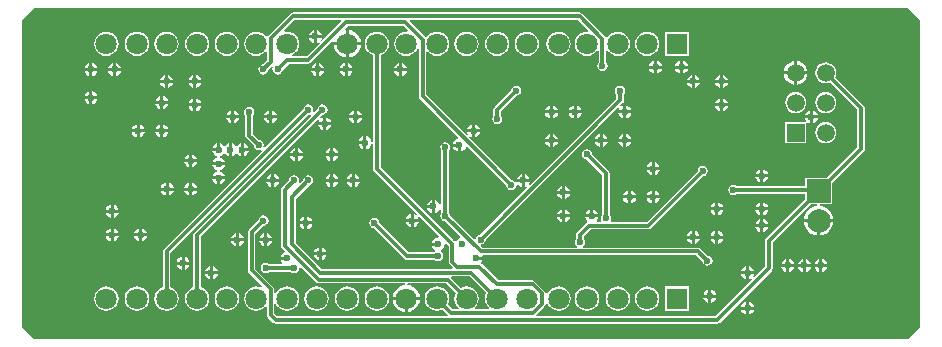
<source format=gbl>
G04*
G04 #@! TF.GenerationSoftware,Altium Limited,Altium Designer,19.1.5 (86)*
G04*
G04 Layer_Physical_Order=2*
G04 Layer_Color=16711680*
%FSLAX44Y44*%
%MOMM*%
G71*
G01*
G75*
%ADD44C,0.3500*%
%ADD45R,1.8000X1.8000*%
%ADD46C,1.8000*%
%ADD47R,2.0000X2.0000*%
%ADD48C,2.0000*%
%ADD49R,1.5000X1.5000*%
%ADD50C,1.5000*%
%ADD51C,0.6000*%
G36*
X770000Y280000D02*
Y20000D01*
X760000Y10000D01*
X20000Y10000D01*
X10000Y20000D01*
Y280000D01*
X20000Y290000D01*
X760000D01*
X770000Y280000D01*
D02*
G37*
%LPC*%
G36*
X481870Y286277D02*
X239060D01*
X237829Y286032D01*
X236785Y285335D01*
X217935Y266484D01*
X217661Y266074D01*
X216145Y265963D01*
X215310Y267050D01*
X213169Y268693D01*
X210676Y269726D01*
X208000Y270078D01*
X205324Y269726D01*
X202831Y268693D01*
X200690Y267050D01*
X199047Y264909D01*
X198014Y262416D01*
X197662Y259740D01*
X198014Y257064D01*
X199047Y254571D01*
X200690Y252430D01*
X202831Y250787D01*
X205324Y249754D01*
X208000Y249402D01*
X210676Y249754D01*
X213169Y250787D01*
X215310Y252430D01*
X215723Y252967D01*
X216993Y252536D01*
Y245542D01*
X213730Y242280D01*
X212342Y242003D01*
X210936Y241064D01*
X209997Y239658D01*
X209667Y238000D01*
X209997Y236342D01*
X210936Y234936D01*
X212342Y233997D01*
X214000Y233667D01*
X215658Y233997D01*
X217064Y234936D01*
X218003Y236342D01*
X218280Y237730D01*
X220996Y240447D01*
X221997Y239658D01*
X221667Y238000D01*
X221997Y236342D01*
X222936Y234936D01*
X224342Y233997D01*
X226000Y233667D01*
X227658Y233997D01*
X229064Y234936D01*
X230003Y236342D01*
X230280Y237730D01*
X235332Y242783D01*
X252000D01*
X253231Y243028D01*
X254275Y243725D01*
X272351Y261802D01*
X273554Y261208D01*
X273528Y261010D01*
X283730D01*
Y271212D01*
X283532Y271186D01*
X282938Y272389D01*
X285333Y274783D01*
X332597D01*
X336254Y271126D01*
X335692Y269987D01*
X335000Y270078D01*
X332324Y269726D01*
X329831Y268693D01*
X327690Y267050D01*
X326047Y264909D01*
X325014Y262416D01*
X324662Y259740D01*
X325014Y257064D01*
X326047Y254571D01*
X327690Y252430D01*
X329831Y250787D01*
X332324Y249754D01*
X335000Y249402D01*
X337676Y249754D01*
X340169Y250787D01*
X342310Y252430D01*
X343953Y254571D01*
X344358Y255548D01*
X345628Y255296D01*
Y215155D01*
X345873Y213924D01*
X346570Y212880D01*
X378882Y180568D01*
X378514Y179353D01*
X377838Y179219D01*
X376006Y177994D01*
X374781Y176162D01*
X374604Y175270D01*
X380000D01*
Y174000D01*
X381270D01*
Y168604D01*
X382162Y168781D01*
X383994Y170006D01*
X385219Y171838D01*
X385353Y172514D01*
X386568Y172882D01*
X419720Y139730D01*
X419997Y138342D01*
X420936Y136936D01*
X422342Y135997D01*
X424000Y135667D01*
X425658Y135997D01*
X427064Y136936D01*
X428003Y138342D01*
X428333Y140000D01*
X428270Y140318D01*
X429466Y140813D01*
X430006Y140006D01*
X431838Y138781D01*
X432730Y138604D01*
Y142730D01*
X427431D01*
X427318Y142683D01*
X427064Y143064D01*
X425658Y144003D01*
X424270Y144280D01*
X388202Y180348D01*
X389011Y181334D01*
X389838Y180781D01*
X390730Y180604D01*
Y184730D01*
X386604D01*
X386781Y183838D01*
X387334Y183011D01*
X386348Y182202D01*
X352062Y216488D01*
Y252575D01*
X353264Y252984D01*
X353690Y252430D01*
X355831Y250787D01*
X358324Y249754D01*
X361000Y249402D01*
X363676Y249754D01*
X366169Y250787D01*
X368310Y252430D01*
X369953Y254571D01*
X370986Y257064D01*
X371338Y259740D01*
X370986Y262416D01*
X369953Y264909D01*
X368310Y267050D01*
X366169Y268693D01*
X363676Y269726D01*
X361000Y270078D01*
X358324Y269726D01*
X355831Y268693D01*
X353690Y267050D01*
X352528Y265537D01*
X351646Y265426D01*
X350997Y265490D01*
X350979Y265501D01*
X337809Y278670D01*
X338295Y279843D01*
X480537D01*
X489254Y271126D01*
X488693Y269987D01*
X488000Y270078D01*
X485324Y269726D01*
X482831Y268693D01*
X480690Y267050D01*
X479047Y264909D01*
X478014Y262416D01*
X477662Y259740D01*
X478014Y257064D01*
X479047Y254571D01*
X480690Y252430D01*
X482831Y250787D01*
X485324Y249754D01*
X488000Y249402D01*
X490676Y249754D01*
X493169Y250787D01*
X495310Y252430D01*
X496591Y254098D01*
X497861Y253667D01*
Y243913D01*
X497074Y242736D01*
X496744Y241077D01*
X497074Y239419D01*
X498013Y238013D01*
X499419Y237074D01*
X501077Y236744D01*
X502736Y237074D01*
X504142Y238013D01*
X505081Y239419D01*
X505411Y241077D01*
X505081Y242736D01*
X504294Y243913D01*
Y253465D01*
X505564Y253896D01*
X506690Y252430D01*
X508831Y250787D01*
X511324Y249754D01*
X514000Y249402D01*
X516676Y249754D01*
X519169Y250787D01*
X521310Y252430D01*
X522953Y254571D01*
X523986Y257064D01*
X524338Y259740D01*
X523986Y262416D01*
X522953Y264909D01*
X521310Y267050D01*
X519169Y268693D01*
X516676Y269726D01*
X514000Y270078D01*
X511324Y269726D01*
X508831Y268693D01*
X506690Y267050D01*
X505311Y265253D01*
X504821Y265187D01*
X504177Y265244D01*
X503861Y265365D01*
X503352Y266127D01*
X484144Y285335D01*
X483101Y286032D01*
X481870Y286277D01*
D02*
G37*
G36*
X286270Y271212D02*
Y261010D01*
X296472D01*
X296243Y262752D01*
X295080Y265560D01*
X293230Y267970D01*
X290820Y269820D01*
X288013Y270983D01*
X286270Y271212D01*
D02*
G37*
G36*
X574250Y269990D02*
X553750D01*
Y249490D01*
X574250D01*
Y269990D01*
D02*
G37*
G36*
X539000Y270078D02*
X536324Y269726D01*
X533831Y268693D01*
X531690Y267050D01*
X530047Y264909D01*
X529014Y262416D01*
X528662Y259740D01*
X529014Y257064D01*
X530047Y254571D01*
X531690Y252430D01*
X533831Y250787D01*
X536324Y249754D01*
X539000Y249402D01*
X541676Y249754D01*
X544169Y250787D01*
X546310Y252430D01*
X547953Y254571D01*
X548986Y257064D01*
X549338Y259740D01*
X548986Y262416D01*
X547953Y264909D01*
X546310Y267050D01*
X544169Y268693D01*
X541676Y269726D01*
X539000Y270078D01*
D02*
G37*
G36*
X464000D02*
X461324Y269726D01*
X458831Y268693D01*
X456690Y267050D01*
X455047Y264909D01*
X454014Y262416D01*
X453662Y259740D01*
X454014Y257064D01*
X455047Y254571D01*
X456690Y252430D01*
X458831Y250787D01*
X461324Y249754D01*
X464000Y249402D01*
X466676Y249754D01*
X469169Y250787D01*
X471310Y252430D01*
X472953Y254571D01*
X473986Y257064D01*
X474338Y259740D01*
X473986Y262416D01*
X472953Y264909D01*
X471310Y267050D01*
X469169Y268693D01*
X466676Y269726D01*
X464000Y270078D01*
D02*
G37*
G36*
X437000D02*
X434324Y269726D01*
X431831Y268693D01*
X429690Y267050D01*
X428047Y264909D01*
X427014Y262416D01*
X426662Y259740D01*
X427014Y257064D01*
X428047Y254571D01*
X429690Y252430D01*
X431831Y250787D01*
X434324Y249754D01*
X437000Y249402D01*
X439676Y249754D01*
X442169Y250787D01*
X444310Y252430D01*
X445953Y254571D01*
X446986Y257064D01*
X447338Y259740D01*
X446986Y262416D01*
X445953Y264909D01*
X444310Y267050D01*
X442169Y268693D01*
X439676Y269726D01*
X437000Y270078D01*
D02*
G37*
G36*
X412000D02*
X409324Y269726D01*
X406831Y268693D01*
X404690Y267050D01*
X403047Y264909D01*
X402014Y262416D01*
X401662Y259740D01*
X402014Y257064D01*
X403047Y254571D01*
X404690Y252430D01*
X406831Y250787D01*
X409324Y249754D01*
X412000Y249402D01*
X414676Y249754D01*
X417169Y250787D01*
X419310Y252430D01*
X420953Y254571D01*
X421986Y257064D01*
X422338Y259740D01*
X421986Y262416D01*
X420953Y264909D01*
X419310Y267050D01*
X417169Y268693D01*
X414676Y269726D01*
X412000Y270078D01*
D02*
G37*
G36*
X386000D02*
X383324Y269726D01*
X380831Y268693D01*
X378690Y267050D01*
X377047Y264909D01*
X376014Y262416D01*
X375662Y259740D01*
X376014Y257064D01*
X377047Y254571D01*
X378690Y252430D01*
X380831Y250787D01*
X383324Y249754D01*
X386000Y249402D01*
X388676Y249754D01*
X391169Y250787D01*
X393310Y252430D01*
X394953Y254571D01*
X395986Y257064D01*
X396339Y259740D01*
X395986Y262416D01*
X394953Y264909D01*
X393310Y267050D01*
X391169Y268693D01*
X388676Y269726D01*
X386000Y270078D01*
D02*
G37*
G36*
X183000D02*
X180324Y269726D01*
X177831Y268693D01*
X175690Y267050D01*
X174047Y264909D01*
X173014Y262416D01*
X172662Y259740D01*
X173014Y257064D01*
X174047Y254571D01*
X175690Y252430D01*
X177831Y250787D01*
X180324Y249754D01*
X183000Y249402D01*
X185676Y249754D01*
X188169Y250787D01*
X190310Y252430D01*
X191953Y254571D01*
X192986Y257064D01*
X193338Y259740D01*
X192986Y262416D01*
X191953Y264909D01*
X190310Y267050D01*
X188169Y268693D01*
X185676Y269726D01*
X183000Y270078D01*
D02*
G37*
G36*
X158000D02*
X155324Y269726D01*
X152831Y268693D01*
X150690Y267050D01*
X149047Y264909D01*
X148014Y262416D01*
X147662Y259740D01*
X148014Y257064D01*
X149047Y254571D01*
X150690Y252430D01*
X152831Y250787D01*
X155324Y249754D01*
X158000Y249402D01*
X160676Y249754D01*
X163169Y250787D01*
X165310Y252430D01*
X166953Y254571D01*
X167986Y257064D01*
X168338Y259740D01*
X167986Y262416D01*
X166953Y264909D01*
X165310Y267050D01*
X163169Y268693D01*
X160676Y269726D01*
X158000Y270078D01*
D02*
G37*
G36*
X132000D02*
X129324Y269726D01*
X126831Y268693D01*
X124690Y267050D01*
X123047Y264909D01*
X122014Y262416D01*
X121662Y259740D01*
X122014Y257064D01*
X123047Y254571D01*
X124690Y252430D01*
X126831Y250787D01*
X129324Y249754D01*
X132000Y249402D01*
X134676Y249754D01*
X137169Y250787D01*
X139310Y252430D01*
X140953Y254571D01*
X141986Y257064D01*
X142338Y259740D01*
X141986Y262416D01*
X140953Y264909D01*
X139310Y267050D01*
X137169Y268693D01*
X134676Y269726D01*
X132000Y270078D01*
D02*
G37*
G36*
X107000D02*
X104324Y269726D01*
X101831Y268693D01*
X99690Y267050D01*
X98047Y264909D01*
X97014Y262416D01*
X96662Y259740D01*
X97014Y257064D01*
X98047Y254571D01*
X99690Y252430D01*
X101831Y250787D01*
X104324Y249754D01*
X107000Y249402D01*
X109676Y249754D01*
X112169Y250787D01*
X114310Y252430D01*
X115953Y254571D01*
X116986Y257064D01*
X117338Y259740D01*
X116986Y262416D01*
X115953Y264909D01*
X114310Y267050D01*
X112169Y268693D01*
X109676Y269726D01*
X107000Y270078D01*
D02*
G37*
G36*
X81000D02*
X78324Y269726D01*
X75831Y268693D01*
X73690Y267050D01*
X72047Y264909D01*
X71014Y262416D01*
X70662Y259740D01*
X71014Y257064D01*
X72047Y254571D01*
X73690Y252430D01*
X75831Y250787D01*
X78324Y249754D01*
X81000Y249402D01*
X83676Y249754D01*
X86169Y250787D01*
X88310Y252430D01*
X89953Y254571D01*
X90986Y257064D01*
X91339Y259740D01*
X90986Y262416D01*
X89953Y264909D01*
X88310Y267050D01*
X86169Y268693D01*
X83676Y269726D01*
X81000Y270078D01*
D02*
G37*
G36*
X296472Y258470D02*
X286270D01*
Y248268D01*
X288013Y248497D01*
X290820Y249660D01*
X293230Y251510D01*
X295080Y253920D01*
X296243Y256728D01*
X296472Y258470D01*
D02*
G37*
G36*
X283730D02*
X273528D01*
X273757Y256728D01*
X274920Y253920D01*
X276770Y251510D01*
X279180Y249660D01*
X281987Y248497D01*
X283730Y248268D01*
Y258470D01*
D02*
G37*
G36*
X569270Y245396D02*
Y241270D01*
X573396D01*
X573219Y242162D01*
X571994Y243994D01*
X570162Y245219D01*
X569270Y245396D01*
D02*
G37*
G36*
X566730D02*
X565838Y245219D01*
X564006Y243994D01*
X562781Y242162D01*
X562604Y241270D01*
X566730D01*
Y245396D01*
D02*
G37*
G36*
X547270D02*
Y241270D01*
X551396D01*
X551219Y242162D01*
X549994Y243994D01*
X548162Y245219D01*
X547270Y245396D01*
D02*
G37*
G36*
X544730D02*
X543838Y245219D01*
X542006Y243994D01*
X540781Y242162D01*
X540604Y241270D01*
X544730D01*
Y245396D01*
D02*
G37*
G36*
X89270Y243396D02*
Y239270D01*
X93396D01*
X93219Y240162D01*
X91994Y241994D01*
X90162Y243219D01*
X89270Y243396D01*
D02*
G37*
G36*
X86730D02*
X85838Y243219D01*
X84006Y241994D01*
X82781Y240162D01*
X82604Y239270D01*
X86730D01*
Y243396D01*
D02*
G37*
G36*
X69270D02*
Y239270D01*
X73396D01*
X73219Y240162D01*
X71994Y241994D01*
X70162Y243219D01*
X69270Y243396D01*
D02*
G37*
G36*
X66730D02*
X65838Y243219D01*
X64006Y241994D01*
X62782Y240162D01*
X62604Y239270D01*
X66730D01*
Y243396D01*
D02*
G37*
G36*
X331270Y243396D02*
Y239270D01*
X335396D01*
X335219Y240162D01*
X333994Y241994D01*
X332162Y243218D01*
X331270Y243396D01*
D02*
G37*
G36*
X328730D02*
X327838Y243218D01*
X326006Y241994D01*
X324781Y240162D01*
X324604Y239270D01*
X328730D01*
Y243396D01*
D02*
G37*
G36*
X285270D02*
Y239270D01*
X289396D01*
X289219Y240162D01*
X287994Y241994D01*
X286162Y243218D01*
X285270Y243396D01*
D02*
G37*
G36*
X282730D02*
X281838Y243218D01*
X280006Y241994D01*
X278782Y240162D01*
X278604Y239270D01*
X282730D01*
Y243396D01*
D02*
G37*
G36*
X261270D02*
Y239270D01*
X265396D01*
X265219Y240162D01*
X263994Y241994D01*
X262162Y243218D01*
X261270Y243396D01*
D02*
G37*
G36*
X258730D02*
X257838Y243218D01*
X256006Y241994D01*
X254781Y240162D01*
X254604Y239270D01*
X258730D01*
Y243396D01*
D02*
G37*
G36*
X665870Y245059D02*
Y236370D01*
X674559D01*
X674382Y237721D01*
X673370Y240163D01*
X671761Y242261D01*
X669663Y243870D01*
X667221Y244882D01*
X665870Y245059D01*
D02*
G37*
G36*
X663330D02*
X661979Y244882D01*
X659537Y243870D01*
X657439Y242261D01*
X655830Y240163D01*
X654818Y237721D01*
X654641Y236370D01*
X663330D01*
Y245059D01*
D02*
G37*
G36*
X573396Y238730D02*
X569270D01*
Y234604D01*
X570162Y234781D01*
X571994Y236006D01*
X573219Y237838D01*
X573396Y238730D01*
D02*
G37*
G36*
X566730D02*
X562604D01*
X562781Y237838D01*
X564006Y236006D01*
X565838Y234781D01*
X566730Y234604D01*
Y238730D01*
D02*
G37*
G36*
X551396D02*
X547270D01*
Y234604D01*
X548162Y234781D01*
X549994Y236006D01*
X551219Y237838D01*
X551396Y238730D01*
D02*
G37*
G36*
X544730D02*
X540604D01*
X540781Y237838D01*
X542006Y236006D01*
X543838Y234781D01*
X544730Y234604D01*
Y238730D01*
D02*
G37*
G36*
X93396Y236730D02*
X89270D01*
Y232604D01*
X90162Y232781D01*
X91994Y234006D01*
X93219Y235838D01*
X93396Y236730D01*
D02*
G37*
G36*
X86730D02*
X82604D01*
X82781Y235838D01*
X84006Y234006D01*
X85838Y232781D01*
X86730Y232604D01*
Y236730D01*
D02*
G37*
G36*
X73396D02*
X69270D01*
Y232604D01*
X70162Y232781D01*
X71994Y234006D01*
X73219Y235838D01*
X73396Y236730D01*
D02*
G37*
G36*
X66730D02*
X62604D01*
X62782Y235838D01*
X64006Y234006D01*
X65838Y232781D01*
X66730Y232604D01*
Y236730D01*
D02*
G37*
G36*
X335396Y236730D02*
X331270D01*
Y232604D01*
X332162Y232781D01*
X333994Y234006D01*
X335219Y235838D01*
X335396Y236730D01*
D02*
G37*
G36*
X328730D02*
X324604D01*
X324781Y235838D01*
X326006Y234006D01*
X327838Y232781D01*
X328730Y232604D01*
Y236730D01*
D02*
G37*
G36*
X289396D02*
X285270D01*
Y232604D01*
X286162Y232781D01*
X287994Y234006D01*
X289219Y235838D01*
X289396Y236730D01*
D02*
G37*
G36*
X282730D02*
X278604D01*
X278782Y235838D01*
X280006Y234006D01*
X281838Y232781D01*
X282730Y232604D01*
Y236730D01*
D02*
G37*
G36*
X265396D02*
X261270D01*
Y232604D01*
X262162Y232781D01*
X263994Y234006D01*
X265219Y235838D01*
X265396Y236730D01*
D02*
G37*
G36*
X258730D02*
X254604D01*
X254781Y235838D01*
X256006Y234006D01*
X257838Y232781D01*
X258730Y232604D01*
Y236730D01*
D02*
G37*
G36*
X603270Y233396D02*
Y229270D01*
X607396D01*
X607219Y230162D01*
X605994Y231994D01*
X604162Y233219D01*
X603270Y233396D01*
D02*
G37*
G36*
X600730D02*
X599838Y233219D01*
X598006Y231994D01*
X596782Y230162D01*
X596604Y229270D01*
X600730D01*
Y233396D01*
D02*
G37*
G36*
X579270D02*
Y229270D01*
X583396D01*
X583219Y230162D01*
X581994Y231994D01*
X580162Y233219D01*
X579270Y233396D01*
D02*
G37*
G36*
X576730D02*
X575838Y233219D01*
X574006Y231994D01*
X572781Y230162D01*
X572604Y229270D01*
X576730D01*
Y233396D01*
D02*
G37*
G36*
X157270D02*
Y229270D01*
X161396D01*
X161219Y230162D01*
X159994Y231994D01*
X158162Y233219D01*
X157270Y233396D01*
D02*
G37*
G36*
X154730D02*
X153838Y233219D01*
X152006Y231994D01*
X150781Y230162D01*
X150604Y229270D01*
X154730D01*
Y233396D01*
D02*
G37*
G36*
X133270D02*
Y229270D01*
X137396D01*
X137219Y230162D01*
X135994Y231994D01*
X134162Y233219D01*
X133270Y233396D01*
D02*
G37*
G36*
X130730D02*
X129838Y233219D01*
X128006Y231994D01*
X126782Y230162D01*
X126604Y229270D01*
X130730D01*
Y233396D01*
D02*
G37*
G36*
X674559Y233830D02*
X665870D01*
Y225141D01*
X667221Y225318D01*
X669663Y226330D01*
X671761Y227939D01*
X673370Y230037D01*
X674382Y232479D01*
X674559Y233830D01*
D02*
G37*
G36*
X663330D02*
X654641D01*
X654818Y232479D01*
X655830Y230037D01*
X657439Y227939D01*
X659537Y226330D01*
X661979Y225318D01*
X663330Y225141D01*
Y233830D01*
D02*
G37*
G36*
X607396Y226730D02*
X603270D01*
Y222604D01*
X604162Y222781D01*
X605994Y224006D01*
X607219Y225838D01*
X607396Y226730D01*
D02*
G37*
G36*
X600730D02*
X596604D01*
X596782Y225838D01*
X598006Y224006D01*
X599838Y222781D01*
X600730Y222604D01*
Y226730D01*
D02*
G37*
G36*
X583396D02*
X579270D01*
Y222604D01*
X580162Y222781D01*
X581994Y224006D01*
X583219Y225838D01*
X583396Y226730D01*
D02*
G37*
G36*
X576730D02*
X572604D01*
X572781Y225838D01*
X574006Y224006D01*
X575838Y222781D01*
X576730Y222604D01*
Y226730D01*
D02*
G37*
G36*
X161396D02*
X157270D01*
Y222604D01*
X158162Y222781D01*
X159994Y224006D01*
X161219Y225838D01*
X161396Y226730D01*
D02*
G37*
G36*
X154730D02*
X150604D01*
X150781Y225838D01*
X152006Y224006D01*
X153838Y222781D01*
X154730Y222604D01*
Y226730D01*
D02*
G37*
G36*
X137396D02*
X133270D01*
Y222604D01*
X134162Y222781D01*
X135994Y224006D01*
X137219Y225838D01*
X137396Y226730D01*
D02*
G37*
G36*
X130730D02*
X126604D01*
X126782Y225838D01*
X128006Y224006D01*
X129838Y222781D01*
X130730Y222604D01*
Y226730D01*
D02*
G37*
G36*
X69270Y219396D02*
Y215270D01*
X73396D01*
X73219Y216162D01*
X71994Y217994D01*
X70162Y219219D01*
X69270Y219396D01*
D02*
G37*
G36*
X66730D02*
X65838Y219219D01*
X64006Y217994D01*
X62782Y216162D01*
X62604Y215270D01*
X66730D01*
Y219396D01*
D02*
G37*
G36*
X129270Y215396D02*
Y211270D01*
X133396D01*
X133219Y212162D01*
X131994Y213994D01*
X130162Y215219D01*
X129270Y215396D01*
D02*
G37*
G36*
X126730D02*
X125838Y215219D01*
X124006Y213994D01*
X122781Y212162D01*
X122604Y211270D01*
X126730D01*
Y215396D01*
D02*
G37*
G36*
X603270Y213396D02*
Y209270D01*
X607396D01*
X607219Y210162D01*
X605994Y211994D01*
X604162Y213218D01*
X603270Y213396D01*
D02*
G37*
G36*
X600730D02*
X599838Y213218D01*
X598006Y211994D01*
X596782Y210162D01*
X596604Y209270D01*
X600730D01*
Y213396D01*
D02*
G37*
G36*
X157270D02*
Y209270D01*
X161396D01*
X161219Y210162D01*
X159994Y211994D01*
X158162Y213218D01*
X157270Y213396D01*
D02*
G37*
G36*
X154730D02*
X153838Y213218D01*
X152006Y211994D01*
X150781Y210162D01*
X150604Y209270D01*
X154730D01*
Y213396D01*
D02*
G37*
G36*
X73396Y212730D02*
X69270D01*
Y208604D01*
X70162Y208781D01*
X71994Y210006D01*
X73219Y211838D01*
X73396Y212730D01*
D02*
G37*
G36*
X66730D02*
X62604D01*
X62782Y211838D01*
X64006Y210006D01*
X65838Y208781D01*
X66730Y208604D01*
Y212730D01*
D02*
G37*
G36*
X133396Y208730D02*
X129270D01*
Y204604D01*
X130162Y204781D01*
X131994Y206006D01*
X133219Y207838D01*
X133396Y208730D01*
D02*
G37*
G36*
X126730D02*
X122604D01*
X122781Y207838D01*
X124006Y206006D01*
X125838Y204781D01*
X126730Y204604D01*
Y208730D01*
D02*
G37*
G36*
X479270Y207396D02*
Y203270D01*
X483396D01*
X483219Y204162D01*
X481994Y205994D01*
X480162Y207219D01*
X479270Y207396D01*
D02*
G37*
G36*
X476730D02*
X475838Y207219D01*
X474006Y205994D01*
X472781Y204162D01*
X472604Y203270D01*
X476730D01*
Y207396D01*
D02*
G37*
G36*
X459270D02*
Y203270D01*
X463396D01*
X463219Y204162D01*
X461994Y205994D01*
X460162Y207219D01*
X459270Y207396D01*
D02*
G37*
G36*
X456730D02*
X455838Y207219D01*
X454006Y205994D01*
X452781Y204162D01*
X452604Y203270D01*
X456730D01*
Y207396D01*
D02*
G37*
G36*
X521270Y207396D02*
Y203270D01*
X525396D01*
X525219Y204162D01*
X523994Y205994D01*
X522162Y207218D01*
X521270Y207396D01*
D02*
G37*
G36*
X607396Y206730D02*
X603270D01*
Y202604D01*
X604162Y202781D01*
X605994Y204006D01*
X607219Y205838D01*
X607396Y206730D01*
D02*
G37*
G36*
X600730D02*
X596604D01*
X596782Y205838D01*
X598006Y204006D01*
X599838Y202781D01*
X600730Y202604D01*
Y206730D01*
D02*
G37*
G36*
X161396D02*
X157270D01*
Y202604D01*
X158162Y202781D01*
X159994Y204006D01*
X161219Y205838D01*
X161396Y206730D01*
D02*
G37*
G36*
X154730D02*
X150604D01*
X150781Y205838D01*
X152006Y204006D01*
X153838Y202781D01*
X154730Y202604D01*
Y206730D01*
D02*
G37*
G36*
X264000Y208333D02*
X262342Y208003D01*
X260936Y207064D01*
X259997Y205658D01*
X259720Y204270D01*
X257004Y201553D01*
X256003Y202342D01*
X256333Y204000D01*
X256003Y205658D01*
X255064Y207064D01*
X253658Y208003D01*
X252000Y208333D01*
X250342Y208003D01*
X248936Y207064D01*
X247997Y205658D01*
X247720Y204270D01*
X215004Y171553D01*
X214003Y172342D01*
X214333Y174000D01*
X214003Y175658D01*
X213064Y177064D01*
X211658Y178003D01*
X210270Y178280D01*
X205217Y183332D01*
Y199165D01*
X206003Y200342D01*
X206333Y202000D01*
X206003Y203658D01*
X205064Y205064D01*
X203658Y206003D01*
X202000Y206333D01*
X200342Y206003D01*
X198936Y205064D01*
X197997Y203658D01*
X197667Y202000D01*
X197997Y200342D01*
X198783Y199165D01*
Y182000D01*
X199028Y180769D01*
X199725Y179725D01*
X205720Y173730D01*
X205997Y172342D01*
X206936Y170936D01*
X208342Y169997D01*
X210000Y169667D01*
X211658Y169997D01*
X212447Y168996D01*
X129725Y86275D01*
X129028Y85231D01*
X128783Y84000D01*
Y53762D01*
X126831Y52953D01*
X124690Y51310D01*
X123047Y49169D01*
X122014Y46676D01*
X121662Y44000D01*
X122014Y41324D01*
X123047Y38831D01*
X124690Y36690D01*
X126831Y35047D01*
X129324Y34014D01*
X132000Y33662D01*
X134676Y34014D01*
X137169Y35047D01*
X139310Y36690D01*
X140953Y38831D01*
X141986Y41324D01*
X142338Y44000D01*
X141986Y46676D01*
X140953Y49169D01*
X139310Y51310D01*
X137169Y52953D01*
X135217Y53762D01*
Y82668D01*
X252270Y199720D01*
X253658Y199997D01*
X254447Y198996D01*
X155725Y100275D01*
X155028Y99231D01*
X154783Y98000D01*
Y53762D01*
X152831Y52953D01*
X150690Y51310D01*
X149047Y49169D01*
X148014Y46676D01*
X147662Y44000D01*
X148014Y41324D01*
X149047Y38831D01*
X150690Y36690D01*
X152831Y35047D01*
X155324Y34014D01*
X158000Y33662D01*
X160676Y34014D01*
X163169Y35047D01*
X165310Y36690D01*
X166953Y38831D01*
X167986Y41324D01*
X168338Y44000D01*
X167986Y46676D01*
X166953Y49169D01*
X165310Y51310D01*
X163169Y52953D01*
X161217Y53762D01*
Y96668D01*
X260348Y195798D01*
X261334Y194989D01*
X260781Y194162D01*
X260604Y193270D01*
X264730D01*
Y197396D01*
X263838Y197219D01*
X263011Y196666D01*
X262201Y197652D01*
X264270Y199720D01*
X265658Y199997D01*
X267064Y200936D01*
X268003Y202342D01*
X268333Y204000D01*
X268003Y205658D01*
X267064Y207064D01*
X265658Y208003D01*
X264000Y208333D01*
D02*
G37*
G36*
X690000Y218825D02*
X687716Y218525D01*
X685587Y217643D01*
X683759Y216241D01*
X682357Y214413D01*
X681475Y212284D01*
X681174Y210000D01*
X681475Y207716D01*
X682357Y205587D01*
X683759Y203759D01*
X685587Y202357D01*
X687716Y201475D01*
X690000Y201175D01*
X692284Y201475D01*
X694413Y202357D01*
X696241Y203759D01*
X697643Y205587D01*
X698525Y207716D01*
X698826Y210000D01*
X698525Y212284D01*
X697643Y214413D01*
X696241Y216241D01*
X694413Y217643D01*
X692284Y218525D01*
X690000Y218825D01*
D02*
G37*
G36*
X664600D02*
X662316Y218525D01*
X660187Y217643D01*
X658359Y216241D01*
X656957Y214413D01*
X656075Y212284D01*
X655775Y210000D01*
X656075Y207716D01*
X656957Y205587D01*
X658359Y203759D01*
X660187Y202357D01*
X662316Y201475D01*
X664600Y201175D01*
X666884Y201475D01*
X669013Y202357D01*
X670841Y203759D01*
X672243Y205587D01*
X673125Y207716D01*
X673426Y210000D01*
X673125Y212284D01*
X672243Y214413D01*
X670841Y216241D01*
X669013Y217643D01*
X666884Y218525D01*
X664600Y218825D01*
D02*
G37*
G36*
X679270Y203396D02*
Y199270D01*
X683396D01*
X683219Y200162D01*
X681994Y201994D01*
X680162Y203218D01*
X679270Y203396D01*
D02*
G37*
G36*
X676730D02*
X675838Y203218D01*
X674006Y201994D01*
X672782Y200162D01*
X672604Y199270D01*
X676730D01*
Y203396D01*
D02*
G37*
G36*
X293270D02*
Y199270D01*
X297396D01*
X297219Y200162D01*
X295994Y201994D01*
X294162Y203218D01*
X293270Y203396D01*
D02*
G37*
G36*
X290730D02*
X289838Y203218D01*
X288006Y201994D01*
X286781Y200162D01*
X286604Y199270D01*
X290730D01*
Y203396D01*
D02*
G37*
G36*
X221270D02*
Y199270D01*
X225396D01*
X225219Y200162D01*
X223994Y201994D01*
X222162Y203218D01*
X221270Y203396D01*
D02*
G37*
G36*
X218730D02*
X217838Y203218D01*
X216006Y201994D01*
X214781Y200162D01*
X214604Y199270D01*
X218730D01*
Y203396D01*
D02*
G37*
G36*
X189270D02*
Y199270D01*
X193396D01*
X193219Y200162D01*
X191994Y201994D01*
X190162Y203218D01*
X189270Y203396D01*
D02*
G37*
G36*
X186730D02*
X185838Y203218D01*
X184006Y201994D01*
X182781Y200162D01*
X182604Y199270D01*
X186730D01*
Y203396D01*
D02*
G37*
G36*
X483396Y200730D02*
X479270D01*
Y196604D01*
X480162Y196781D01*
X481994Y198006D01*
X483219Y199838D01*
X483396Y200730D01*
D02*
G37*
G36*
X476730D02*
X472604D01*
X472781Y199838D01*
X474006Y198006D01*
X475838Y196781D01*
X476730Y196604D01*
Y200730D01*
D02*
G37*
G36*
X463396D02*
X459270D01*
Y196604D01*
X460162Y196781D01*
X461994Y198006D01*
X463219Y199838D01*
X463396Y200730D01*
D02*
G37*
G36*
X456730D02*
X452604D01*
X452781Y199838D01*
X454006Y198006D01*
X455838Y196781D01*
X456730Y196604D01*
Y200730D01*
D02*
G37*
G36*
X525396Y200730D02*
X521270D01*
Y196604D01*
X522162Y196781D01*
X523994Y198006D01*
X525219Y199838D01*
X525396Y200730D01*
D02*
G37*
G36*
X518730D02*
X514604D01*
X514781Y199838D01*
X516006Y198006D01*
X517838Y196781D01*
X518730Y196604D01*
Y200730D01*
D02*
G37*
G36*
X267270Y197396D02*
Y193270D01*
X271396D01*
X271219Y194162D01*
X269994Y195994D01*
X268162Y197219D01*
X267270Y197396D01*
D02*
G37*
G36*
X683396Y196730D02*
X679270D01*
Y192604D01*
X680162Y192781D01*
X681994Y194006D01*
X683219Y195838D01*
X683396Y196730D01*
D02*
G37*
G36*
X676730D02*
X672604D01*
X672782Y195838D01*
X673594Y194622D01*
X673689Y194479D01*
X672917Y193350D01*
X672260Y193350D01*
X655850D01*
Y175850D01*
X673350D01*
Y192232D01*
X673350Y192917D01*
X674479Y193689D01*
X674622Y193594D01*
X675838Y192781D01*
X676730Y192604D01*
Y196730D01*
D02*
G37*
G36*
X297396D02*
X293270D01*
Y192604D01*
X294162Y192781D01*
X295994Y194006D01*
X297219Y195838D01*
X297396Y196730D01*
D02*
G37*
G36*
X290730D02*
X286604D01*
X286781Y195838D01*
X288006Y194006D01*
X289838Y192781D01*
X290730Y192604D01*
Y196730D01*
D02*
G37*
G36*
X225396D02*
X221270D01*
Y192604D01*
X222162Y192781D01*
X223994Y194006D01*
X225219Y195838D01*
X225396Y196730D01*
D02*
G37*
G36*
X218730D02*
X214604D01*
X214781Y195838D01*
X216006Y194006D01*
X217838Y192781D01*
X218730Y192604D01*
Y196730D01*
D02*
G37*
G36*
X193396D02*
X189270D01*
Y192604D01*
X190162Y192781D01*
X191994Y194006D01*
X193219Y195838D01*
X193396Y196730D01*
D02*
G37*
G36*
X186730D02*
X182604D01*
X182781Y195838D01*
X184006Y194006D01*
X185838Y192781D01*
X186730Y192604D01*
Y196730D01*
D02*
G37*
G36*
X428000Y224333D02*
X426342Y224003D01*
X424936Y223064D01*
X423997Y221658D01*
X423720Y220270D01*
X409725Y206275D01*
X409028Y205231D01*
X408783Y204000D01*
Y198836D01*
X407997Y197658D01*
X407667Y196000D01*
X407997Y194342D01*
X408936Y192936D01*
X410342Y191997D01*
X412000Y191667D01*
X413658Y191997D01*
X415064Y192936D01*
X416003Y194342D01*
X416333Y196000D01*
X416003Y197658D01*
X415217Y198836D01*
Y202668D01*
X428270Y215720D01*
X429658Y215997D01*
X431064Y216936D01*
X432003Y218342D01*
X432333Y220000D01*
X432003Y221658D01*
X431064Y223064D01*
X429658Y224003D01*
X428000Y224333D01*
D02*
G37*
G36*
X393270Y191396D02*
Y187270D01*
X397396D01*
X397219Y188162D01*
X395994Y189994D01*
X394162Y191218D01*
X393270Y191396D01*
D02*
G37*
G36*
X390730D02*
X389838Y191218D01*
X388006Y189994D01*
X386781Y188162D01*
X386604Y187270D01*
X390730D01*
Y191396D01*
D02*
G37*
G36*
X129270D02*
Y187270D01*
X133396D01*
X133219Y188162D01*
X131994Y189994D01*
X130162Y191218D01*
X129270Y191396D01*
D02*
G37*
G36*
X126730D02*
X125838Y191218D01*
X124006Y189994D01*
X122781Y188162D01*
X122604Y187270D01*
X126730D01*
Y191396D01*
D02*
G37*
G36*
X109270D02*
Y187270D01*
X113396D01*
X113219Y188162D01*
X111994Y189994D01*
X110162Y191218D01*
X109270Y191396D01*
D02*
G37*
G36*
X106730D02*
X105838Y191218D01*
X104006Y189994D01*
X102781Y188162D01*
X102604Y187270D01*
X106730D01*
Y191396D01*
D02*
G37*
G36*
X271396Y190730D02*
X267270D01*
Y186604D01*
X268162Y186781D01*
X269994Y188006D01*
X271219Y189838D01*
X271396Y190730D01*
D02*
G37*
G36*
X264730D02*
X260604D01*
X260781Y189838D01*
X262006Y188006D01*
X263838Y186781D01*
X264730Y186604D01*
Y190730D01*
D02*
G37*
G36*
X397396Y184730D02*
X393270D01*
Y180604D01*
X394162Y180781D01*
X395994Y182006D01*
X397219Y183838D01*
X397396Y184730D01*
D02*
G37*
G36*
X133396D02*
X129270D01*
Y180604D01*
X130162Y180781D01*
X131994Y182006D01*
X133219Y183838D01*
X133396Y184730D01*
D02*
G37*
G36*
X126730D02*
X122604D01*
X122781Y183838D01*
X124006Y182006D01*
X125838Y180781D01*
X126730Y180604D01*
Y184730D01*
D02*
G37*
G36*
X113396D02*
X109270D01*
Y180604D01*
X110162Y180781D01*
X111994Y182006D01*
X113219Y183838D01*
X113396Y184730D01*
D02*
G37*
G36*
X106730D02*
X102604D01*
X102781Y183838D01*
X104006Y182006D01*
X105838Y180781D01*
X106730Y180604D01*
Y184730D01*
D02*
G37*
G36*
X459270Y183396D02*
Y179270D01*
X463396D01*
X463219Y180162D01*
X461994Y181994D01*
X460162Y183219D01*
X459270Y183396D01*
D02*
G37*
G36*
X456730D02*
X455838Y183219D01*
X454006Y181994D01*
X452781Y180162D01*
X452604Y179270D01*
X456730D01*
Y183396D01*
D02*
G37*
G36*
X521270Y183396D02*
Y179270D01*
X525396D01*
X525219Y180162D01*
X523994Y181994D01*
X522162Y183218D01*
X521270Y183396D01*
D02*
G37*
G36*
X518730D02*
X517838Y183218D01*
X516006Y181994D01*
X514781Y180162D01*
X514604Y179270D01*
X518730D01*
Y183396D01*
D02*
G37*
G36*
X501270D02*
Y179270D01*
X505396D01*
X505219Y180162D01*
X503994Y181994D01*
X502162Y183218D01*
X501270Y183396D01*
D02*
G37*
G36*
X498730D02*
X497838Y183218D01*
X496006Y181994D01*
X494781Y180162D01*
X494604Y179270D01*
X498730D01*
Y183396D01*
D02*
G37*
G36*
X298730Y181396D02*
X297838Y181219D01*
X296006Y179994D01*
X294781Y178162D01*
X294604Y177270D01*
X298730D01*
Y181396D01*
D02*
G37*
G36*
X310000Y270078D02*
X307324Y269726D01*
X304831Y268693D01*
X302690Y267050D01*
X301047Y264909D01*
X300014Y262416D01*
X299662Y259740D01*
X300014Y257064D01*
X301047Y254571D01*
X302690Y252430D01*
X304831Y250787D01*
X306783Y249978D01*
Y176805D01*
X305513Y176680D01*
X305219Y178162D01*
X303994Y179994D01*
X302162Y181219D01*
X301270Y181396D01*
Y176000D01*
Y170604D01*
X302162Y170781D01*
X303994Y172006D01*
X305219Y173838D01*
X305513Y175320D01*
X306783Y175194D01*
Y154000D01*
X307028Y152769D01*
X307725Y151725D01*
X343799Y115652D01*
X342989Y114666D01*
X342162Y115218D01*
X341270Y115396D01*
Y111270D01*
X345396D01*
X345219Y112162D01*
X344666Y112989D01*
X345652Y113799D01*
X362633Y96817D01*
X362008Y95647D01*
X362000Y95648D01*
X359838Y95219D01*
X358006Y93994D01*
X356782Y92162D01*
X356604Y91270D01*
X362000D01*
Y88730D01*
X356604D01*
X356782Y87838D01*
X358006Y86006D01*
X359050Y85308D01*
X359267Y83844D01*
X358749Y83217D01*
X337332D01*
X312280Y108270D01*
X312003Y109658D01*
X311064Y111064D01*
X309658Y112003D01*
X308000Y112333D01*
X306342Y112003D01*
X304936Y111064D01*
X303997Y109658D01*
X303667Y108000D01*
X303997Y106342D01*
X304936Y104936D01*
X306342Y103997D01*
X307730Y103720D01*
X333725Y77725D01*
X334769Y77028D01*
X336000Y76783D01*
X359165D01*
X360342Y75997D01*
X362000Y75667D01*
X363658Y75997D01*
X365064Y76936D01*
X366003Y78342D01*
X366333Y80000D01*
X366003Y81658D01*
X365064Y83064D01*
X364370Y83528D01*
X364305Y83919D01*
X364471Y84988D01*
X365994Y86006D01*
X367219Y87838D01*
X367649Y90000D01*
X367647Y90008D01*
X368817Y90633D01*
X370783Y88668D01*
Y75060D01*
X371028Y73829D01*
X371725Y72785D01*
X374121Y70390D01*
X373635Y69217D01*
X263333D01*
X241217Y91332D01*
Y128668D01*
X252270Y139720D01*
X253658Y139997D01*
X255064Y140936D01*
X256003Y142342D01*
X256333Y144000D01*
X256003Y145658D01*
X255064Y147064D01*
X253658Y148003D01*
X252000Y148333D01*
X250342Y148003D01*
X248936Y147064D01*
X247997Y145658D01*
X247720Y144270D01*
X245004Y141553D01*
X244003Y142342D01*
X244333Y144000D01*
X244003Y145658D01*
X243064Y147064D01*
X241658Y148003D01*
X240000Y148333D01*
X238342Y148003D01*
X236936Y147064D01*
X235997Y145658D01*
X235720Y144270D01*
X229725Y138275D01*
X229028Y137231D01*
X228783Y136000D01*
Y88844D01*
X229028Y87613D01*
X229725Y86569D01*
X231873Y84422D01*
X231504Y82995D01*
X230006Y81994D01*
X228782Y80162D01*
X228604Y79270D01*
X234000D01*
Y76730D01*
X228604D01*
X228782Y75838D01*
X229685Y74487D01*
X229075Y73217D01*
X218836D01*
X217658Y74003D01*
X216000Y74333D01*
X214342Y74003D01*
X212936Y73064D01*
X211997Y71658D01*
X211667Y70000D01*
X211997Y68342D01*
X212936Y66936D01*
X214342Y65997D01*
X216000Y65667D01*
X217658Y65997D01*
X218836Y66783D01*
X237164D01*
X238342Y65997D01*
X240000Y65667D01*
X241658Y65997D01*
X243064Y66936D01*
X244003Y68342D01*
X244333Y70000D01*
X244292Y70207D01*
X245463Y70832D01*
X258570Y57725D01*
X259613Y57028D01*
X260844Y56783D01*
X333957D01*
X334040Y55513D01*
X331987Y55243D01*
X329180Y54080D01*
X326770Y52230D01*
X324920Y49820D01*
X323757Y47013D01*
X323528Y45270D01*
X335000D01*
X346472D01*
X346243Y47013D01*
X345080Y49820D01*
X343230Y52230D01*
X340820Y54080D01*
X338013Y55243D01*
X335960Y55513D01*
X336043Y56783D01*
X368668D01*
X376823Y48628D01*
X376014Y46676D01*
X375662Y44000D01*
X376014Y41324D01*
X377047Y38831D01*
X378690Y36690D01*
X379244Y36264D01*
X378836Y35062D01*
X374487D01*
X370177Y39372D01*
X370986Y41324D01*
X371338Y44000D01*
X370986Y46676D01*
X369953Y49169D01*
X368310Y51310D01*
X366169Y52953D01*
X363676Y53986D01*
X361000Y54338D01*
X358324Y53986D01*
X355831Y52953D01*
X353690Y51310D01*
X352047Y49169D01*
X351014Y46676D01*
X350662Y44000D01*
X351014Y41324D01*
X352047Y38831D01*
X353690Y36690D01*
X355831Y35047D01*
X358324Y34014D01*
X361000Y33662D01*
X363676Y34014D01*
X365628Y34822D01*
X369964Y30487D01*
X369438Y29217D01*
X225643D01*
X223372Y31487D01*
Y39555D01*
X224642Y39808D01*
X225047Y38831D01*
X226690Y36690D01*
X228831Y35047D01*
X231324Y34014D01*
X234000Y33662D01*
X236676Y34014D01*
X239169Y35047D01*
X241310Y36690D01*
X242953Y38831D01*
X243986Y41324D01*
X244338Y44000D01*
X243986Y46676D01*
X242953Y49169D01*
X241310Y51310D01*
X239169Y52953D01*
X236676Y53986D01*
X234000Y54338D01*
X231324Y53986D01*
X228831Y52953D01*
X226690Y51310D01*
X225047Y49169D01*
X224642Y48192D01*
X223372Y48444D01*
Y51845D01*
X223127Y53076D01*
X222430Y54120D01*
X207217Y69332D01*
Y98668D01*
X214270Y105720D01*
X215658Y105997D01*
X217064Y106936D01*
X218003Y108342D01*
X218333Y110000D01*
X218003Y111658D01*
X217064Y113064D01*
X215658Y114003D01*
X214000Y114333D01*
X212342Y114003D01*
X210936Y113064D01*
X209997Y111658D01*
X209720Y110270D01*
X201725Y102275D01*
X201028Y101231D01*
X200783Y100000D01*
Y68000D01*
X201028Y66769D01*
X201725Y65725D01*
X213090Y54361D01*
X212371Y53284D01*
X210676Y53986D01*
X208000Y54338D01*
X205324Y53986D01*
X202831Y52953D01*
X200690Y51310D01*
X199047Y49169D01*
X198014Y46676D01*
X197662Y44000D01*
X198014Y41324D01*
X199047Y38831D01*
X200690Y36690D01*
X202831Y35047D01*
X205324Y34014D01*
X208000Y33662D01*
X210676Y34014D01*
X213169Y35047D01*
X215310Y36690D01*
X215736Y37244D01*
X216938Y36835D01*
Y30155D01*
X217183Y28924D01*
X217880Y27880D01*
X222035Y23725D01*
X223079Y23028D01*
X224310Y22783D01*
X598000D01*
X599231Y23028D01*
X600275Y23725D01*
X644275Y67725D01*
X644972Y68769D01*
X645217Y70000D01*
Y91668D01*
X677299Y123750D01*
X682639D01*
X682722Y122480D01*
X680726Y122217D01*
X677676Y120954D01*
X675056Y118944D01*
X673046Y116324D01*
X671783Y113274D01*
X671519Y111270D01*
X684000D01*
X696481D01*
X696217Y113274D01*
X694954Y116324D01*
X692944Y118944D01*
X690324Y120954D01*
X687274Y122217D01*
X685278Y122480D01*
X685361Y123750D01*
X695250D01*
Y141701D01*
X722275Y168725D01*
X722972Y169769D01*
X723217Y171000D01*
Y205100D01*
X722972Y206331D01*
X722275Y207375D01*
X698029Y231620D01*
X698525Y232816D01*
X698826Y235100D01*
X698525Y237384D01*
X697643Y239513D01*
X696241Y241341D01*
X694413Y242743D01*
X692284Y243625D01*
X690000Y243925D01*
X687716Y243625D01*
X685587Y242743D01*
X683759Y241341D01*
X682357Y239513D01*
X681475Y237384D01*
X681174Y235100D01*
X681475Y232816D01*
X682357Y230687D01*
X683759Y228859D01*
X685587Y227457D01*
X687716Y226575D01*
X690000Y226275D01*
X692284Y226575D01*
X693480Y227071D01*
X716783Y203768D01*
Y172332D01*
X690701Y146250D01*
X672750D01*
Y139092D01*
X614711D01*
X613533Y139878D01*
X611875Y140208D01*
X610217Y139878D01*
X608811Y138939D01*
X607872Y137533D01*
X607542Y135875D01*
X607872Y134217D01*
X608811Y132811D01*
X610217Y131872D01*
X611875Y131542D01*
X613533Y131872D01*
X614711Y132658D01*
X672750D01*
Y128299D01*
X639725Y95275D01*
X639028Y94231D01*
X638783Y93000D01*
Y71332D01*
X629652Y62201D01*
X628666Y63011D01*
X629219Y63838D01*
X629396Y64730D01*
X625270D01*
Y60604D01*
X626162Y60781D01*
X626989Y61334D01*
X627799Y60348D01*
X596668Y29217D01*
X445752D01*
X445226Y30487D01*
X451973Y37234D01*
X452671Y38278D01*
X452916Y39509D01*
Y40657D01*
X454186Y40910D01*
X455047Y38831D01*
X456690Y36690D01*
X458831Y35047D01*
X461324Y34014D01*
X464000Y33662D01*
X466676Y34014D01*
X469169Y35047D01*
X471310Y36690D01*
X472953Y38831D01*
X473986Y41324D01*
X474338Y44000D01*
X473986Y46676D01*
X472953Y49169D01*
X471310Y51310D01*
X469169Y52953D01*
X466676Y53986D01*
X464000Y54338D01*
X461324Y53986D01*
X458831Y52953D01*
X456690Y51310D01*
X455047Y49169D01*
X454186Y47090D01*
X452916Y47343D01*
Y48491D01*
X452671Y49722D01*
X451973Y50766D01*
X444309Y58430D01*
X443266Y59127D01*
X442035Y59372D01*
X413177D01*
X399215Y73335D01*
X398171Y74032D01*
X398110Y74179D01*
X399219Y75838D01*
X399396Y76730D01*
X394000D01*
Y79270D01*
X399396D01*
X399347Y79513D01*
X400214Y80783D01*
X580668D01*
X585720Y75730D01*
X585997Y74342D01*
X586936Y72936D01*
X588342Y71997D01*
X590000Y71667D01*
X591658Y71997D01*
X593064Y72936D01*
X594003Y74342D01*
X594333Y76000D01*
X594003Y77658D01*
X593064Y79064D01*
X591658Y80003D01*
X590270Y80280D01*
X584275Y86275D01*
X583231Y86972D01*
X582000Y87217D01*
X484777D01*
X484392Y88487D01*
X485064Y88936D01*
X486003Y90342D01*
X486333Y92000D01*
X486003Y93658D01*
X485217Y94836D01*
Y96667D01*
X491177Y102628D01*
X539845D01*
X541076Y102873D01*
X542120Y103570D01*
X586270Y147720D01*
X587658Y147997D01*
X589064Y148936D01*
X590003Y150342D01*
X590333Y152000D01*
X590003Y153658D01*
X589064Y155064D01*
X587658Y156003D01*
X586000Y156333D01*
X584342Y156003D01*
X582936Y155064D01*
X581997Y153658D01*
X581720Y152270D01*
X538513Y109062D01*
X508495D01*
X507897Y110182D01*
X508003Y110342D01*
X508333Y112000D01*
X508003Y113658D01*
X507217Y114836D01*
Y150000D01*
X506972Y151231D01*
X506275Y152275D01*
X492280Y166270D01*
X492003Y167658D01*
X491064Y169064D01*
X489658Y170003D01*
X488000Y170333D01*
X486342Y170003D01*
X484936Y169064D01*
X483997Y167658D01*
X483667Y166000D01*
X483997Y164342D01*
X484936Y162936D01*
X486342Y161997D01*
X487730Y161720D01*
X500783Y148668D01*
Y114836D01*
X499997Y113658D01*
X499667Y112000D01*
X499997Y110342D01*
X500103Y110182D01*
X499505Y109062D01*
X496693D01*
X496212Y110332D01*
X497219Y111838D01*
X497396Y112730D01*
X486604D01*
X486781Y111838D01*
X488006Y110006D01*
X488137Y109918D01*
X488057Y108444D01*
X487570Y108120D01*
X479725Y100275D01*
X479028Y99231D01*
X478783Y98000D01*
Y94836D01*
X477997Y93658D01*
X477667Y92000D01*
X477997Y90342D01*
X478936Y88936D01*
X479608Y88487D01*
X479223Y87217D01*
X399332D01*
X398098Y88451D01*
X398566Y89779D01*
X399658Y89997D01*
X401064Y90936D01*
X402003Y92342D01*
X402280Y93730D01*
X514348Y205798D01*
X515334Y204989D01*
X514781Y204162D01*
X514604Y203270D01*
X518730D01*
Y207396D01*
X517838Y207218D01*
X517011Y206666D01*
X516202Y207652D01*
X518275Y209725D01*
X518972Y210769D01*
X519217Y212000D01*
Y217164D01*
X520003Y218342D01*
X520333Y220000D01*
X520003Y221658D01*
X519064Y223064D01*
X517658Y224003D01*
X516000Y224333D01*
X514342Y224003D01*
X512936Y223064D01*
X511997Y221658D01*
X511667Y220000D01*
X511997Y218342D01*
X512783Y217164D01*
Y213332D01*
X439652Y140201D01*
X438666Y141011D01*
X439219Y141838D01*
X439396Y142730D01*
X435270D01*
Y138604D01*
X436162Y138781D01*
X436989Y139334D01*
X437799Y138348D01*
X397730Y98280D01*
X396342Y98003D01*
X394936Y97064D01*
X393997Y95658D01*
X393779Y94566D01*
X392451Y94098D01*
X372280Y114270D01*
X372003Y115658D01*
X371217Y116835D01*
Y169165D01*
X372003Y170342D01*
X372333Y172000D01*
X372003Y173658D01*
X371064Y175064D01*
X369658Y176003D01*
X368000Y176333D01*
X366342Y176003D01*
X364936Y175064D01*
X363997Y173658D01*
X363667Y172000D01*
X363997Y170342D01*
X364783Y169165D01*
Y122806D01*
X363513Y122681D01*
X363219Y124162D01*
X361994Y125994D01*
X360162Y127219D01*
X359270Y127396D01*
Y122000D01*
Y116604D01*
X360162Y116781D01*
X361994Y118006D01*
X363219Y119838D01*
X363513Y121320D01*
X364783Y121194D01*
Y116835D01*
X363997Y115658D01*
X363667Y114000D01*
X363997Y112342D01*
X364936Y110936D01*
X366342Y109997D01*
X367730Y109720D01*
X380882Y96568D01*
X380514Y95353D01*
X379838Y95219D01*
X378006Y93994D01*
X377329Y92981D01*
X377218Y92907D01*
X375718Y92831D01*
X313217Y155332D01*
Y249978D01*
X315169Y250787D01*
X317310Y252430D01*
X318953Y254571D01*
X319986Y257064D01*
X320338Y259740D01*
X319986Y262416D01*
X318953Y264909D01*
X317310Y267050D01*
X315169Y268693D01*
X312676Y269726D01*
X310000Y270078D01*
D02*
G37*
G36*
X690000Y193426D02*
X687716Y193125D01*
X685587Y192243D01*
X683759Y190841D01*
X682357Y189013D01*
X681475Y186884D01*
X681174Y184600D01*
X681475Y182316D01*
X682357Y180187D01*
X683759Y178359D01*
X685587Y176957D01*
X687716Y176075D01*
X690000Y175774D01*
X692284Y176075D01*
X694413Y176957D01*
X696241Y178359D01*
X697643Y180187D01*
X698525Y182316D01*
X698826Y184600D01*
X698525Y186884D01*
X697643Y189013D01*
X696241Y190841D01*
X694413Y192243D01*
X692284Y193125D01*
X690000Y193426D01*
D02*
G37*
G36*
X194880Y175546D02*
X193988Y175369D01*
X192156Y174144D01*
X191785Y173589D01*
X190515D01*
X190144Y174144D01*
X188312Y175369D01*
X187420Y175546D01*
Y170150D01*
Y164754D01*
X188312Y164932D01*
X190144Y166156D01*
X190515Y166711D01*
X191785D01*
X192156Y166156D01*
X193988Y164932D01*
X194880Y164754D01*
Y170150D01*
Y175546D01*
D02*
G37*
G36*
X184880D02*
X183988Y175369D01*
X182156Y174144D01*
X181785Y173589D01*
X180515D01*
X180144Y174144D01*
X178312Y175369D01*
X177420Y175546D01*
Y170150D01*
X176150D01*
Y168880D01*
X170754D01*
X170931Y167988D01*
X172156Y166156D01*
X173988Y164932D01*
X174662Y164797D01*
Y163503D01*
X173988Y163369D01*
X172156Y162144D01*
X170931Y160312D01*
X170754Y159420D01*
X181546D01*
X181369Y160312D01*
X180144Y162144D01*
X178312Y163369D01*
X177638Y163503D01*
Y164797D01*
X178312Y164932D01*
X180144Y166156D01*
X180515Y166711D01*
X181785D01*
X182156Y166156D01*
X183988Y164932D01*
X184880Y164754D01*
Y170150D01*
Y175546D01*
D02*
G37*
G36*
X463396Y176730D02*
X459270D01*
Y172604D01*
X460162Y172781D01*
X461994Y174006D01*
X463219Y175838D01*
X463396Y176730D01*
D02*
G37*
G36*
X456730D02*
X452604D01*
X452781Y175838D01*
X454006Y174006D01*
X455838Y172781D01*
X456730Y172604D01*
Y176730D01*
D02*
G37*
G36*
X525396Y176730D02*
X521270D01*
Y172604D01*
X522162Y172781D01*
X523994Y174006D01*
X525219Y175838D01*
X525396Y176730D01*
D02*
G37*
G36*
X518730D02*
X514604D01*
X514781Y175838D01*
X516006Y174006D01*
X517838Y172781D01*
X518730Y172604D01*
Y176730D01*
D02*
G37*
G36*
X505396D02*
X501270D01*
Y172604D01*
X502162Y172781D01*
X503994Y174006D01*
X505219Y175838D01*
X505396Y176730D01*
D02*
G37*
G36*
X498730D02*
X494604D01*
X494781Y175838D01*
X496006Y174006D01*
X497838Y172781D01*
X498730Y172604D01*
Y176730D01*
D02*
G37*
G36*
X197420Y175546D02*
Y171420D01*
X201546D01*
X201369Y172312D01*
X200144Y174144D01*
X198312Y175369D01*
X197420Y175546D01*
D02*
G37*
G36*
X174880D02*
X173988Y175369D01*
X172156Y174144D01*
X170931Y172312D01*
X170754Y171420D01*
X174880D01*
Y175546D01*
D02*
G37*
G36*
X298730Y174730D02*
X294604D01*
X294781Y173838D01*
X296006Y172006D01*
X297838Y170781D01*
X298730Y170604D01*
Y174730D01*
D02*
G37*
G36*
X378730Y172730D02*
X374604D01*
X374781Y171838D01*
X376006Y170006D01*
X377838Y168781D01*
X378730Y168604D01*
Y172730D01*
D02*
G37*
G36*
X273270Y171396D02*
Y167270D01*
X277396D01*
X277219Y168162D01*
X275994Y169994D01*
X274162Y171219D01*
X273270Y171396D01*
D02*
G37*
G36*
X270730D02*
X269838Y171219D01*
X268006Y169994D01*
X266782Y168162D01*
X266604Y167270D01*
X270730D01*
Y171396D01*
D02*
G37*
G36*
X243270D02*
Y167270D01*
X247396D01*
X247219Y168162D01*
X245994Y169994D01*
X244162Y171219D01*
X243270Y171396D01*
D02*
G37*
G36*
X240730D02*
X239838Y171219D01*
X238006Y169994D01*
X236782Y168162D01*
X236604Y167270D01*
X240730D01*
Y171396D01*
D02*
G37*
G36*
X201546Y168880D02*
X197420D01*
Y164754D01*
X198312Y164932D01*
X200144Y166156D01*
X201369Y167988D01*
X201546Y168880D01*
D02*
G37*
G36*
X153770Y166146D02*
Y162020D01*
X157896D01*
X157719Y162912D01*
X156494Y164744D01*
X154662Y165968D01*
X153770Y166146D01*
D02*
G37*
G36*
X151230D02*
X150338Y165968D01*
X148506Y164744D01*
X147281Y162912D01*
X147104Y162020D01*
X151230D01*
Y166146D01*
D02*
G37*
G36*
X277396Y164730D02*
X273270D01*
Y160604D01*
X274162Y160781D01*
X275994Y162006D01*
X277219Y163838D01*
X277396Y164730D01*
D02*
G37*
G36*
X270730D02*
X266604D01*
X266782Y163838D01*
X268006Y162006D01*
X269838Y160781D01*
X270730Y160604D01*
Y164730D01*
D02*
G37*
G36*
X247396D02*
X243270D01*
Y160604D01*
X244162Y160781D01*
X245994Y162006D01*
X247219Y163838D01*
X247396Y164730D01*
D02*
G37*
G36*
X240730D02*
X236604D01*
X236782Y163838D01*
X238006Y162006D01*
X239838Y160781D01*
X240730Y160604D01*
Y164730D01*
D02*
G37*
G36*
X157896Y159480D02*
X153770D01*
Y155354D01*
X154662Y155531D01*
X156494Y156756D01*
X157719Y158588D01*
X157896Y159480D01*
D02*
G37*
G36*
X151230D02*
X147104D01*
X147281Y158588D01*
X148506Y156756D01*
X150338Y155531D01*
X151230Y155354D01*
Y159480D01*
D02*
G37*
G36*
X545270Y159396D02*
Y155270D01*
X549396D01*
X549219Y156162D01*
X547994Y157994D01*
X546162Y159219D01*
X545270Y159396D01*
D02*
G37*
G36*
X542730D02*
X541838Y159219D01*
X540006Y157994D01*
X538781Y156162D01*
X538604Y155270D01*
X542730D01*
Y159396D01*
D02*
G37*
G36*
X637270Y153396D02*
Y149270D01*
X641396D01*
X641219Y150162D01*
X639994Y151994D01*
X638162Y153218D01*
X637270Y153396D01*
D02*
G37*
G36*
X634730D02*
X633838Y153218D01*
X632006Y151994D01*
X630782Y150162D01*
X630604Y149270D01*
X634730D01*
Y153396D01*
D02*
G37*
G36*
X549396Y152730D02*
X545270D01*
Y148604D01*
X546162Y148781D01*
X547994Y150006D01*
X549219Y151838D01*
X549396Y152730D01*
D02*
G37*
G36*
X542730D02*
X538604D01*
X538781Y151838D01*
X540006Y150006D01*
X541838Y148781D01*
X542730Y148604D01*
Y152730D01*
D02*
G37*
G36*
X181546Y156880D02*
X170754D01*
X170931Y155988D01*
X172156Y154156D01*
X173988Y152931D01*
X174662Y152797D01*
Y151503D01*
X173988Y151369D01*
X172156Y150144D01*
X170931Y148312D01*
X170754Y147420D01*
X181546D01*
X181369Y148312D01*
X180144Y150144D01*
X178312Y151369D01*
X177638Y151503D01*
Y152797D01*
X178312Y152931D01*
X180144Y154156D01*
X181369Y155988D01*
X181546Y156880D01*
D02*
G37*
G36*
X435270Y149396D02*
Y145270D01*
X439396D01*
X439219Y146162D01*
X437994Y147994D01*
X436162Y149219D01*
X435270Y149396D01*
D02*
G37*
G36*
X432730D02*
X431838Y149219D01*
X430006Y147994D01*
X428782Y146162D01*
X428604Y145270D01*
X432730D01*
Y149396D01*
D02*
G37*
G36*
X291270D02*
Y145270D01*
X295396D01*
X295219Y146162D01*
X293994Y147994D01*
X292162Y149219D01*
X291270Y149396D01*
D02*
G37*
G36*
X288730D02*
X287838Y149219D01*
X286006Y147994D01*
X284781Y146162D01*
X284604Y145270D01*
X288730D01*
Y149396D01*
D02*
G37*
G36*
X273270D02*
Y145270D01*
X277396D01*
X277219Y146162D01*
X275994Y147994D01*
X274162Y149219D01*
X273270Y149396D01*
D02*
G37*
G36*
X270730D02*
X269838Y149219D01*
X268006Y147994D01*
X266782Y146162D01*
X266604Y145270D01*
X270730D01*
Y149396D01*
D02*
G37*
G36*
X223270D02*
Y145270D01*
X227396D01*
X227219Y146162D01*
X225994Y147994D01*
X224162Y149219D01*
X223270Y149396D01*
D02*
G37*
G36*
X220730D02*
X219838Y149219D01*
X218006Y147994D01*
X216782Y146162D01*
X216604Y145270D01*
X220730D01*
Y149396D01*
D02*
G37*
G36*
X641396Y146730D02*
X637270D01*
Y142604D01*
X638162Y142781D01*
X639994Y144006D01*
X641219Y145838D01*
X641396Y146730D01*
D02*
G37*
G36*
X634730D02*
X630604D01*
X630782Y145838D01*
X632006Y144006D01*
X633838Y142781D01*
X634730Y142604D01*
Y146730D01*
D02*
G37*
G36*
X181546Y144880D02*
X177420D01*
Y140754D01*
X178312Y140932D01*
X180144Y142156D01*
X181369Y143988D01*
X181546Y144880D01*
D02*
G37*
G36*
X174880D02*
X170754D01*
X170931Y143988D01*
X172156Y142156D01*
X173988Y140932D01*
X174880Y140754D01*
Y144880D01*
D02*
G37*
G36*
X295396Y142730D02*
X291270D01*
Y138604D01*
X292162Y138781D01*
X293994Y140006D01*
X295219Y141838D01*
X295396Y142730D01*
D02*
G37*
G36*
X288730D02*
X284604D01*
X284781Y141838D01*
X286006Y140006D01*
X287838Y138781D01*
X288730Y138604D01*
Y142730D01*
D02*
G37*
G36*
X277396D02*
X273270D01*
Y138604D01*
X274162Y138781D01*
X275994Y140006D01*
X277219Y141838D01*
X277396Y142730D01*
D02*
G37*
G36*
X270730D02*
X266604D01*
X266782Y141838D01*
X268006Y140006D01*
X269838Y138781D01*
X270730Y138604D01*
Y142730D01*
D02*
G37*
G36*
X227396D02*
X223270D01*
Y138604D01*
X224162Y138781D01*
X225994Y140006D01*
X227219Y141838D01*
X227396Y142730D01*
D02*
G37*
G36*
X220730D02*
X216604D01*
X216782Y141838D01*
X218006Y140006D01*
X219838Y138781D01*
X220730Y138604D01*
Y142730D01*
D02*
G37*
G36*
X153770Y142146D02*
Y138020D01*
X157896D01*
X157719Y138912D01*
X156494Y140744D01*
X154662Y141968D01*
X153770Y142146D01*
D02*
G37*
G36*
X151230D02*
X150338Y141968D01*
X148506Y140744D01*
X147281Y138912D01*
X147104Y138020D01*
X151230D01*
Y142146D01*
D02*
G37*
G36*
X133770D02*
Y138020D01*
X137896D01*
X137718Y138912D01*
X136494Y140744D01*
X134662Y141968D01*
X133770Y142146D01*
D02*
G37*
G36*
X131230D02*
X130338Y141968D01*
X128506Y140744D01*
X127281Y138912D01*
X127104Y138020D01*
X131230D01*
Y142146D01*
D02*
G37*
G36*
X469270Y139396D02*
Y135270D01*
X473396D01*
X473219Y136162D01*
X471994Y137994D01*
X470162Y139219D01*
X469270Y139396D01*
D02*
G37*
G36*
X466730D02*
X465838Y139219D01*
X464006Y137994D01*
X462781Y136162D01*
X462604Y135270D01*
X466730D01*
Y139396D01*
D02*
G37*
G36*
X157896Y135480D02*
X153770D01*
Y131354D01*
X154662Y131531D01*
X156494Y132756D01*
X157719Y134588D01*
X157896Y135480D01*
D02*
G37*
G36*
X151230D02*
X147104D01*
X147281Y134588D01*
X148506Y132756D01*
X150338Y131531D01*
X151230Y131354D01*
Y135480D01*
D02*
G37*
G36*
X137896D02*
X133770D01*
Y131354D01*
X134662Y131531D01*
X136494Y132756D01*
X137718Y134588D01*
X137896Y135480D01*
D02*
G37*
G36*
X131230D02*
X127104D01*
X127281Y134588D01*
X128506Y132756D01*
X130338Y131531D01*
X131230Y131354D01*
Y135480D01*
D02*
G37*
G36*
X545270Y135396D02*
Y131270D01*
X549396D01*
X549219Y132162D01*
X547994Y133994D01*
X546162Y135218D01*
X545270Y135396D01*
D02*
G37*
G36*
X542730D02*
X541838Y135218D01*
X540006Y133994D01*
X538781Y132162D01*
X538604Y131270D01*
X542730D01*
Y135396D01*
D02*
G37*
G36*
X525270D02*
Y131270D01*
X529396D01*
X529219Y132162D01*
X527994Y133994D01*
X526162Y135218D01*
X525270Y135396D01*
D02*
G37*
G36*
X522730D02*
X521838Y135218D01*
X520006Y133994D01*
X518781Y132162D01*
X518604Y131270D01*
X522730D01*
Y135396D01*
D02*
G37*
G36*
X473396Y132730D02*
X469270D01*
Y128604D01*
X470162Y128781D01*
X471994Y130006D01*
X473219Y131838D01*
X473396Y132730D01*
D02*
G37*
G36*
X466730D02*
X462604D01*
X462781Y131838D01*
X464006Y130006D01*
X465838Y128781D01*
X466730Y128604D01*
Y132730D01*
D02*
G37*
G36*
X549396Y128730D02*
X545270D01*
Y124604D01*
X546162Y124781D01*
X547994Y126006D01*
X549219Y127838D01*
X549396Y128730D01*
D02*
G37*
G36*
X542730D02*
X538604D01*
X538781Y127838D01*
X540006Y126006D01*
X541838Y124781D01*
X542730Y124604D01*
Y128730D01*
D02*
G37*
G36*
X529396D02*
X525270D01*
Y124604D01*
X526162Y124781D01*
X527994Y126006D01*
X529219Y127838D01*
X529396Y128730D01*
D02*
G37*
G36*
X522730D02*
X518604D01*
X518781Y127838D01*
X520006Y126006D01*
X521838Y124781D01*
X522730Y124604D01*
Y128730D01*
D02*
G37*
G36*
X356730Y127396D02*
X355838Y127219D01*
X354006Y125994D01*
X352781Y124162D01*
X352604Y123270D01*
X356730D01*
Y127396D01*
D02*
G37*
G36*
X637270Y125396D02*
Y121270D01*
X641396D01*
X641219Y122162D01*
X639994Y123994D01*
X638162Y125218D01*
X637270Y125396D01*
D02*
G37*
G36*
X634730D02*
X633838Y125218D01*
X632006Y123994D01*
X630782Y122162D01*
X630604Y121270D01*
X634730D01*
Y125396D01*
D02*
G37*
G36*
X599270D02*
Y121270D01*
X603396D01*
X603219Y122162D01*
X601994Y123994D01*
X600162Y125218D01*
X599270Y125396D01*
D02*
G37*
G36*
X596730D02*
X595838Y125218D01*
X594006Y123994D01*
X592781Y122162D01*
X592604Y121270D01*
X596730D01*
Y125396D01*
D02*
G37*
G36*
X87270Y123396D02*
Y119270D01*
X91396D01*
X91219Y120162D01*
X89994Y121994D01*
X88162Y123218D01*
X87270Y123396D01*
D02*
G37*
G36*
X84730D02*
X83838Y123218D01*
X82006Y121994D01*
X80781Y120162D01*
X80604Y119270D01*
X84730D01*
Y123396D01*
D02*
G37*
G36*
X356730Y120730D02*
X352604D01*
X352781Y119838D01*
X354006Y118006D01*
X355838Y116781D01*
X356730Y116604D01*
Y120730D01*
D02*
G37*
G36*
X493270Y119396D02*
Y115270D01*
X497396D01*
X497219Y116162D01*
X495994Y117994D01*
X494162Y119219D01*
X493270Y119396D01*
D02*
G37*
G36*
X490730D02*
X489838Y119219D01*
X488006Y117994D01*
X486781Y116162D01*
X486604Y115270D01*
X490730D01*
Y119396D01*
D02*
G37*
G36*
X469270D02*
Y115270D01*
X473396D01*
X473219Y116162D01*
X471994Y117994D01*
X470162Y119219D01*
X469270Y119396D01*
D02*
G37*
G36*
X466730D02*
X465838Y119219D01*
X464006Y117994D01*
X462781Y116162D01*
X462604Y115270D01*
X466730D01*
Y119396D01*
D02*
G37*
G36*
X641396Y118730D02*
X637270D01*
Y114604D01*
X638162Y114781D01*
X639994Y116006D01*
X641219Y117838D01*
X641396Y118730D01*
D02*
G37*
G36*
X634730D02*
X630604D01*
X630782Y117838D01*
X632006Y116006D01*
X633838Y114781D01*
X634730Y114604D01*
Y118730D01*
D02*
G37*
G36*
X603396D02*
X599270D01*
Y114604D01*
X600162Y114781D01*
X601994Y116006D01*
X603219Y117838D01*
X603396Y118730D01*
D02*
G37*
G36*
X596730D02*
X592604D01*
X592781Y117838D01*
X594006Y116006D01*
X595838Y114781D01*
X596730Y114604D01*
Y118730D01*
D02*
G37*
G36*
X91396Y116730D02*
X87270D01*
Y112604D01*
X88162Y112781D01*
X89994Y114006D01*
X91219Y115838D01*
X91396Y116730D01*
D02*
G37*
G36*
X84730D02*
X80604D01*
X80781Y115838D01*
X82006Y114006D01*
X83838Y112781D01*
X84730Y112604D01*
Y116730D01*
D02*
G37*
G36*
X338730Y115396D02*
X337838Y115218D01*
X336006Y113994D01*
X334781Y112162D01*
X334604Y111270D01*
X338730D01*
Y115396D01*
D02*
G37*
G36*
X251270Y113396D02*
Y109270D01*
X255396D01*
X255219Y110162D01*
X253994Y111994D01*
X252162Y113218D01*
X251270Y113396D01*
D02*
G37*
G36*
X248730D02*
X247838Y113218D01*
X246006Y111994D01*
X244781Y110162D01*
X244604Y109270D01*
X248730D01*
Y113396D01*
D02*
G37*
G36*
X473396Y112730D02*
X469270D01*
Y108604D01*
X470162Y108781D01*
X471994Y110006D01*
X473219Y111838D01*
X473396Y112730D01*
D02*
G37*
G36*
X466730D02*
X462604D01*
X462781Y111838D01*
X464006Y110006D01*
X465838Y108781D01*
X466730Y108604D01*
Y112730D01*
D02*
G37*
G36*
X637270Y111396D02*
Y107270D01*
X641396D01*
X641219Y108162D01*
X639994Y109994D01*
X638162Y111219D01*
X637270Y111396D01*
D02*
G37*
G36*
X634730D02*
X633838Y111219D01*
X632006Y109994D01*
X630782Y108162D01*
X630604Y107270D01*
X634730D01*
Y111396D01*
D02*
G37*
G36*
X345396Y108730D02*
X341270D01*
Y104604D01*
X342162Y104781D01*
X343994Y106006D01*
X345219Y107838D01*
X345396Y108730D01*
D02*
G37*
G36*
X338730D02*
X334604D01*
X334781Y107838D01*
X336006Y106006D01*
X337838Y104781D01*
X338730Y104604D01*
Y108730D01*
D02*
G37*
G36*
X255396Y106730D02*
X251270D01*
Y102604D01*
X252162Y102781D01*
X253994Y104006D01*
X255219Y105838D01*
X255396Y106730D01*
D02*
G37*
G36*
X248730D02*
X244604D01*
X244781Y105838D01*
X246006Y104006D01*
X247838Y102781D01*
X248730Y102604D01*
Y106730D01*
D02*
G37*
G36*
X641396Y104730D02*
X637270D01*
Y100604D01*
X638162Y100781D01*
X639994Y102006D01*
X641219Y103838D01*
X641396Y104730D01*
D02*
G37*
G36*
X634730D02*
X630604D01*
X630782Y103838D01*
X632006Y102006D01*
X633838Y100781D01*
X634730Y100604D01*
Y104730D01*
D02*
G37*
G36*
X111270Y103396D02*
Y99270D01*
X115396D01*
X115219Y100162D01*
X113994Y101994D01*
X112162Y103218D01*
X111270Y103396D01*
D02*
G37*
G36*
X108730D02*
X107838Y103218D01*
X106006Y101994D01*
X104782Y100162D01*
X104604Y99270D01*
X108730D01*
Y103396D01*
D02*
G37*
G36*
X87270D02*
Y99270D01*
X91396D01*
X91219Y100162D01*
X89994Y101994D01*
X88162Y103218D01*
X87270Y103396D01*
D02*
G37*
G36*
X84730D02*
X83838Y103218D01*
X82006Y101994D01*
X80781Y100162D01*
X80604Y99270D01*
X84730D01*
Y103396D01*
D02*
G37*
G36*
X696481Y108730D02*
X685270D01*
Y97519D01*
X687274Y97783D01*
X690324Y99046D01*
X692944Y101056D01*
X694954Y103676D01*
X696217Y106726D01*
X696481Y108730D01*
D02*
G37*
G36*
X682730D02*
X671519D01*
X671783Y106726D01*
X673046Y103676D01*
X675056Y101056D01*
X677676Y99046D01*
X680726Y97783D01*
X682730Y97519D01*
Y108730D01*
D02*
G37*
G36*
X599270Y101396D02*
Y97270D01*
X603396D01*
X603219Y98162D01*
X601994Y99994D01*
X600162Y101219D01*
X599270Y101396D01*
D02*
G37*
G36*
X596730D02*
X595838Y101219D01*
X594006Y99994D01*
X592781Y98162D01*
X592604Y97270D01*
X596730D01*
Y101396D01*
D02*
G37*
G36*
X579270D02*
Y97270D01*
X583396D01*
X583219Y98162D01*
X581994Y99994D01*
X580162Y101219D01*
X579270Y101396D01*
D02*
G37*
G36*
X576730D02*
X575838Y101219D01*
X574006Y99994D01*
X572781Y98162D01*
X572604Y97270D01*
X576730D01*
Y101396D01*
D02*
G37*
G36*
X217270Y99396D02*
Y95270D01*
X221396D01*
X221219Y96162D01*
X219994Y97994D01*
X218162Y99219D01*
X217270Y99396D01*
D02*
G37*
G36*
X214730D02*
X213838Y99219D01*
X212006Y97994D01*
X210781Y96162D01*
X210604Y95270D01*
X214730D01*
Y99396D01*
D02*
G37*
G36*
X193270D02*
Y95270D01*
X197396D01*
X197219Y96162D01*
X195994Y97994D01*
X194162Y99219D01*
X193270Y99396D01*
D02*
G37*
G36*
X190730D02*
X189838Y99219D01*
X188006Y97994D01*
X186782Y96162D01*
X186604Y95270D01*
X190730D01*
Y99396D01*
D02*
G37*
G36*
X115396Y96730D02*
X111270D01*
Y92604D01*
X112162Y92781D01*
X113994Y94006D01*
X115219Y95838D01*
X115396Y96730D01*
D02*
G37*
G36*
X108730D02*
X104604D01*
X104782Y95838D01*
X106006Y94006D01*
X107838Y92781D01*
X108730Y92604D01*
Y96730D01*
D02*
G37*
G36*
X91396D02*
X87270D01*
Y92604D01*
X88162Y92781D01*
X89994Y94006D01*
X91219Y95838D01*
X91396Y96730D01*
D02*
G37*
G36*
X84730D02*
X80604D01*
X80781Y95838D01*
X82006Y94006D01*
X83838Y92781D01*
X84730Y92604D01*
Y96730D01*
D02*
G37*
G36*
X603396Y94730D02*
X599270D01*
Y90604D01*
X600162Y90781D01*
X601994Y92006D01*
X603219Y93838D01*
X603396Y94730D01*
D02*
G37*
G36*
X596730D02*
X592604D01*
X592781Y93838D01*
X594006Y92006D01*
X595838Y90781D01*
X596730Y90604D01*
Y94730D01*
D02*
G37*
G36*
X583396D02*
X579270D01*
Y90604D01*
X580162Y90781D01*
X581994Y92006D01*
X583219Y93838D01*
X583396Y94730D01*
D02*
G37*
G36*
X576730D02*
X572604D01*
X572781Y93838D01*
X574006Y92006D01*
X575838Y90781D01*
X576730Y90604D01*
Y94730D01*
D02*
G37*
G36*
X221396Y92730D02*
X217270D01*
Y88604D01*
X218162Y88781D01*
X219994Y90006D01*
X221219Y91838D01*
X221396Y92730D01*
D02*
G37*
G36*
X214730D02*
X210604D01*
X210781Y91838D01*
X212006Y90006D01*
X213838Y88781D01*
X214730Y88604D01*
Y92730D01*
D02*
G37*
G36*
X197396D02*
X193270D01*
Y88604D01*
X194162Y88781D01*
X195994Y90006D01*
X197219Y91838D01*
X197396Y92730D01*
D02*
G37*
G36*
X190730D02*
X186604D01*
X186782Y91838D01*
X188006Y90006D01*
X189838Y88781D01*
X190730Y88604D01*
Y92730D01*
D02*
G37*
G36*
X263270Y87396D02*
Y83270D01*
X267396D01*
X267219Y84162D01*
X265994Y85994D01*
X264162Y87219D01*
X263270Y87396D01*
D02*
G37*
G36*
X260730D02*
X259838Y87219D01*
X258006Y85994D01*
X256782Y84162D01*
X256604Y83270D01*
X260730D01*
Y87396D01*
D02*
G37*
G36*
X267396Y80730D02*
X263270D01*
Y76604D01*
X264162Y76781D01*
X265994Y78006D01*
X267219Y79838D01*
X267396Y80730D01*
D02*
G37*
G36*
X260730D02*
X256604D01*
X256782Y79838D01*
X258006Y78006D01*
X259838Y76781D01*
X260730Y76604D01*
Y80730D01*
D02*
G37*
G36*
X147270Y79396D02*
Y75270D01*
X151396D01*
X151219Y76162D01*
X149994Y77994D01*
X148162Y79219D01*
X147270Y79396D01*
D02*
G37*
G36*
X144730D02*
X143838Y79219D01*
X142006Y77994D01*
X140781Y76162D01*
X140604Y75270D01*
X144730D01*
Y79396D01*
D02*
G37*
G36*
X687270Y77396D02*
Y73270D01*
X691396D01*
X691219Y74162D01*
X689994Y75994D01*
X688162Y77218D01*
X687270Y77396D01*
D02*
G37*
G36*
X684730D02*
X683838Y77218D01*
X682006Y75994D01*
X680781Y74162D01*
X680604Y73270D01*
X684730D01*
Y77396D01*
D02*
G37*
G36*
X673270D02*
Y73270D01*
X677396D01*
X677219Y74162D01*
X675994Y75994D01*
X674162Y77218D01*
X673270Y77396D01*
D02*
G37*
G36*
X670730D02*
X669838Y77218D01*
X668006Y75994D01*
X666781Y74162D01*
X666604Y73270D01*
X670730D01*
Y77396D01*
D02*
G37*
G36*
X659270D02*
Y73270D01*
X663396D01*
X663219Y74162D01*
X661994Y75994D01*
X660162Y77218D01*
X659270Y77396D01*
D02*
G37*
G36*
X656730D02*
X655838Y77218D01*
X654006Y75994D01*
X652781Y74162D01*
X652604Y73270D01*
X656730D01*
Y77396D01*
D02*
G37*
G36*
X151396Y72730D02*
X147270D01*
Y68604D01*
X148162Y68781D01*
X149994Y70006D01*
X151219Y71838D01*
X151396Y72730D01*
D02*
G37*
G36*
X144730D02*
X140604D01*
X140781Y71838D01*
X142006Y70006D01*
X143838Y68781D01*
X144730Y68604D01*
Y72730D01*
D02*
G37*
G36*
X625270Y71396D02*
Y67270D01*
X629396D01*
X629219Y68162D01*
X627994Y69994D01*
X626162Y71219D01*
X625270Y71396D01*
D02*
G37*
G36*
X622730D02*
X621838Y71219D01*
X620006Y69994D01*
X618782Y68162D01*
X618604Y67270D01*
X622730D01*
Y71396D01*
D02*
G37*
G36*
X171270D02*
Y67270D01*
X175396D01*
X175219Y68162D01*
X173994Y69994D01*
X172162Y71219D01*
X171270Y71396D01*
D02*
G37*
G36*
X168730D02*
X167838Y71219D01*
X166006Y69994D01*
X164781Y68162D01*
X164604Y67270D01*
X168730D01*
Y71396D01*
D02*
G37*
G36*
X691396Y70730D02*
X687270D01*
Y66604D01*
X688162Y66781D01*
X689994Y68006D01*
X691219Y69838D01*
X691396Y70730D01*
D02*
G37*
G36*
X684730D02*
X680604D01*
X680781Y69838D01*
X682006Y68006D01*
X683838Y66781D01*
X684730Y66604D01*
Y70730D01*
D02*
G37*
G36*
X677396D02*
X673270D01*
Y66604D01*
X674162Y66781D01*
X675994Y68006D01*
X677219Y69838D01*
X677396Y70730D01*
D02*
G37*
G36*
X670730D02*
X666604D01*
X666781Y69838D01*
X668006Y68006D01*
X669838Y66781D01*
X670730Y66604D01*
Y70730D01*
D02*
G37*
G36*
X663396D02*
X659270D01*
Y66604D01*
X660162Y66781D01*
X661994Y68006D01*
X663219Y69838D01*
X663396Y70730D01*
D02*
G37*
G36*
X656730D02*
X652604D01*
X652781Y69838D01*
X654006Y68006D01*
X655838Y66781D01*
X656730Y66604D01*
Y70730D01*
D02*
G37*
G36*
X622730Y64730D02*
X618604D01*
X618782Y63838D01*
X620006Y62006D01*
X621838Y60781D01*
X622730Y60604D01*
Y64730D01*
D02*
G37*
G36*
X175396D02*
X171270D01*
Y60604D01*
X172162Y60781D01*
X173994Y62006D01*
X175219Y63838D01*
X175396Y64730D01*
D02*
G37*
G36*
X168730D02*
X164604D01*
X164781Y63838D01*
X166006Y62006D01*
X167838Y60781D01*
X168730Y60604D01*
Y64730D01*
D02*
G37*
G36*
X593270Y51396D02*
Y47270D01*
X597396D01*
X597219Y48162D01*
X595994Y49994D01*
X594162Y51219D01*
X593270Y51396D01*
D02*
G37*
G36*
X590730D02*
X589838Y51219D01*
X588006Y49994D01*
X586782Y48162D01*
X586604Y47270D01*
X590730D01*
Y51396D01*
D02*
G37*
G36*
X597396Y44730D02*
X593270D01*
Y40604D01*
X594162Y40781D01*
X595994Y42006D01*
X597219Y43838D01*
X597396Y44730D01*
D02*
G37*
G36*
X590730D02*
X586604D01*
X586782Y43838D01*
X588006Y42006D01*
X589838Y40781D01*
X590730Y40604D01*
Y44730D01*
D02*
G37*
G36*
X625270Y41396D02*
Y37270D01*
X629396D01*
X629219Y38162D01*
X627994Y39994D01*
X626162Y41219D01*
X625270Y41396D01*
D02*
G37*
G36*
X622730D02*
X621838Y41219D01*
X620006Y39994D01*
X618782Y38162D01*
X618604Y37270D01*
X622730D01*
Y41396D01*
D02*
G37*
G36*
X574250Y54250D02*
X553750D01*
Y33750D01*
X574250D01*
Y54250D01*
D02*
G37*
G36*
X539000Y54338D02*
X536324Y53986D01*
X533831Y52953D01*
X531690Y51310D01*
X530047Y49169D01*
X529014Y46676D01*
X528662Y44000D01*
X529014Y41324D01*
X530047Y38831D01*
X531690Y36690D01*
X533831Y35047D01*
X536324Y34014D01*
X539000Y33662D01*
X541676Y34014D01*
X544169Y35047D01*
X546310Y36690D01*
X547953Y38831D01*
X548986Y41324D01*
X549338Y44000D01*
X548986Y46676D01*
X547953Y49169D01*
X546310Y51310D01*
X544169Y52953D01*
X541676Y53986D01*
X539000Y54338D01*
D02*
G37*
G36*
X514000D02*
X511324Y53986D01*
X508831Y52953D01*
X506690Y51310D01*
X505047Y49169D01*
X504014Y46676D01*
X503662Y44000D01*
X504014Y41324D01*
X505047Y38831D01*
X506690Y36690D01*
X508831Y35047D01*
X511324Y34014D01*
X514000Y33662D01*
X516676Y34014D01*
X519169Y35047D01*
X521310Y36690D01*
X522953Y38831D01*
X523986Y41324D01*
X524338Y44000D01*
X523986Y46676D01*
X522953Y49169D01*
X521310Y51310D01*
X519169Y52953D01*
X516676Y53986D01*
X514000Y54338D01*
D02*
G37*
G36*
X488000D02*
X485324Y53986D01*
X482831Y52953D01*
X480690Y51310D01*
X479047Y49169D01*
X478014Y46676D01*
X477662Y44000D01*
X478014Y41324D01*
X479047Y38831D01*
X480690Y36690D01*
X482831Y35047D01*
X485324Y34014D01*
X488000Y33662D01*
X490676Y34014D01*
X493169Y35047D01*
X495310Y36690D01*
X496953Y38831D01*
X497986Y41324D01*
X498338Y44000D01*
X497986Y46676D01*
X496953Y49169D01*
X495310Y51310D01*
X493169Y52953D01*
X490676Y53986D01*
X488000Y54338D01*
D02*
G37*
G36*
X310000D02*
X307324Y53986D01*
X304831Y52953D01*
X302690Y51310D01*
X301047Y49169D01*
X300014Y46676D01*
X299662Y44000D01*
X300014Y41324D01*
X301047Y38831D01*
X302690Y36690D01*
X304831Y35047D01*
X307324Y34014D01*
X310000Y33662D01*
X312676Y34014D01*
X315169Y35047D01*
X317310Y36690D01*
X318953Y38831D01*
X319986Y41324D01*
X320338Y44000D01*
X319986Y46676D01*
X318953Y49169D01*
X317310Y51310D01*
X315169Y52953D01*
X312676Y53986D01*
X310000Y54338D01*
D02*
G37*
G36*
X285000D02*
X282324Y53986D01*
X279831Y52953D01*
X277690Y51310D01*
X276047Y49169D01*
X275014Y46676D01*
X274662Y44000D01*
X275014Y41324D01*
X276047Y38831D01*
X277690Y36690D01*
X279831Y35047D01*
X282324Y34014D01*
X285000Y33662D01*
X287676Y34014D01*
X290169Y35047D01*
X292310Y36690D01*
X293953Y38831D01*
X294986Y41324D01*
X295338Y44000D01*
X294986Y46676D01*
X293953Y49169D01*
X292310Y51310D01*
X290169Y52953D01*
X287676Y53986D01*
X285000Y54338D01*
D02*
G37*
G36*
X259000D02*
X256324Y53986D01*
X253831Y52953D01*
X251690Y51310D01*
X250047Y49169D01*
X249014Y46676D01*
X248662Y44000D01*
X249014Y41324D01*
X250047Y38831D01*
X251690Y36690D01*
X253831Y35047D01*
X256324Y34014D01*
X259000Y33662D01*
X261676Y34014D01*
X264169Y35047D01*
X266310Y36690D01*
X267953Y38831D01*
X268986Y41324D01*
X269338Y44000D01*
X268986Y46676D01*
X267953Y49169D01*
X266310Y51310D01*
X264169Y52953D01*
X261676Y53986D01*
X259000Y54338D01*
D02*
G37*
G36*
X183000D02*
X180324Y53986D01*
X177831Y52953D01*
X175690Y51310D01*
X174047Y49169D01*
X173014Y46676D01*
X172662Y44000D01*
X173014Y41324D01*
X174047Y38831D01*
X175690Y36690D01*
X177831Y35047D01*
X180324Y34014D01*
X183000Y33662D01*
X185676Y34014D01*
X188169Y35047D01*
X190310Y36690D01*
X191953Y38831D01*
X192986Y41324D01*
X193338Y44000D01*
X192986Y46676D01*
X191953Y49169D01*
X190310Y51310D01*
X188169Y52953D01*
X185676Y53986D01*
X183000Y54338D01*
D02*
G37*
G36*
X107000D02*
X104324Y53986D01*
X101831Y52953D01*
X99690Y51310D01*
X98047Y49169D01*
X97014Y46676D01*
X96662Y44000D01*
X97014Y41324D01*
X98047Y38831D01*
X99690Y36690D01*
X101831Y35047D01*
X104324Y34014D01*
X107000Y33662D01*
X109676Y34014D01*
X112169Y35047D01*
X114310Y36690D01*
X115953Y38831D01*
X116986Y41324D01*
X117338Y44000D01*
X116986Y46676D01*
X115953Y49169D01*
X114310Y51310D01*
X112169Y52953D01*
X109676Y53986D01*
X107000Y54338D01*
D02*
G37*
G36*
X81000D02*
X78324Y53986D01*
X75831Y52953D01*
X73690Y51310D01*
X72047Y49169D01*
X71014Y46676D01*
X70662Y44000D01*
X71014Y41324D01*
X72047Y38831D01*
X73690Y36690D01*
X75831Y35047D01*
X78324Y34014D01*
X81000Y33662D01*
X83676Y34014D01*
X86169Y35047D01*
X88310Y36690D01*
X89953Y38831D01*
X90986Y41324D01*
X91339Y44000D01*
X90986Y46676D01*
X89953Y49169D01*
X88310Y51310D01*
X86169Y52953D01*
X83676Y53986D01*
X81000Y54338D01*
D02*
G37*
G36*
X346472Y42730D02*
X336270D01*
Y32528D01*
X338013Y32757D01*
X340820Y33920D01*
X343230Y35770D01*
X345080Y38180D01*
X346243Y40987D01*
X346472Y42730D01*
D02*
G37*
G36*
X333730D02*
X323528D01*
X323757Y40987D01*
X324920Y38180D01*
X326770Y35770D01*
X329180Y33920D01*
X331987Y32757D01*
X333730Y32528D01*
Y42730D01*
D02*
G37*
G36*
X629396Y34730D02*
X625270D01*
Y30604D01*
X626162Y30781D01*
X627994Y32006D01*
X629219Y33838D01*
X629396Y34730D01*
D02*
G37*
G36*
X622730D02*
X618604D01*
X618782Y33838D01*
X620006Y32006D01*
X621838Y30781D01*
X622730Y30604D01*
Y34730D01*
D02*
G37*
%LPD*%
G36*
X280121Y278670D02*
X263652Y262201D01*
X262666Y263011D01*
X263219Y263838D01*
X263396Y264730D01*
X259270D01*
Y260604D01*
X260162Y260781D01*
X260989Y261334D01*
X261799Y260348D01*
X250668Y249217D01*
X238698D01*
X238445Y250487D01*
X239169Y250787D01*
X241310Y252430D01*
X242953Y254571D01*
X243986Y257064D01*
X244338Y259740D01*
X243986Y262416D01*
X242953Y264909D01*
X241310Y267050D01*
X239169Y268693D01*
X236676Y269726D01*
X234000Y270078D01*
X232185Y269839D01*
X231592Y271042D01*
X240392Y279843D01*
X279635D01*
X280121Y278670D01*
D02*
G37*
%LPC*%
G36*
X259270Y271396D02*
Y267270D01*
X263396D01*
X263219Y268162D01*
X261994Y269994D01*
X260162Y271219D01*
X259270Y271396D01*
D02*
G37*
G36*
X256730D02*
X255838Y271219D01*
X254006Y269994D01*
X252782Y268162D01*
X252604Y267270D01*
X256730D01*
Y271396D01*
D02*
G37*
G36*
Y264730D02*
X252604D01*
X252782Y263838D01*
X254006Y262006D01*
X255838Y260781D01*
X256730Y260604D01*
Y264730D01*
D02*
G37*
%LPD*%
G36*
X402823Y48628D02*
X402014Y46676D01*
X401662Y44000D01*
X402014Y41324D01*
X403047Y38831D01*
X404690Y36690D01*
X405244Y36264D01*
X404836Y35062D01*
X393164D01*
X392756Y36264D01*
X393310Y36690D01*
X394953Y38831D01*
X395986Y41324D01*
X396339Y44000D01*
X395986Y46676D01*
X394953Y49169D01*
X393310Y51310D01*
X391169Y52953D01*
X388676Y53986D01*
X386000Y54338D01*
X383324Y53986D01*
X381372Y53177D01*
X373036Y61513D01*
X373562Y62783D01*
X388668D01*
X402823Y48628D01*
D02*
G37*
D44*
X437000Y44000D02*
Y47000D01*
X582000Y84000D02*
X590000Y76000D01*
X398000Y84000D02*
X582000D01*
X368000Y114000D02*
X398000Y84000D01*
X482000Y92000D02*
Y98000D01*
X489845Y105845D02*
X539845D01*
X482000Y98000D02*
X489845Y105845D01*
X539845D02*
X586000Y152000D01*
X488000Y166000D02*
X504000Y150000D01*
Y112000D02*
Y150000D01*
X683125Y135875D02*
X684000Y135000D01*
X611875Y135875D02*
X683125D01*
X202000Y182000D02*
X210000Y174000D01*
X202000Y182000D02*
Y202000D01*
X216000Y70000D02*
X240000D01*
X220155Y30155D02*
Y51845D01*
X204000Y68000D02*
X220155Y51845D01*
X204000Y68000D02*
Y100000D01*
X220155Y30155D02*
X224310Y26000D01*
X204000Y100000D02*
X214000Y110000D01*
X260844Y60000D02*
X370000D01*
X232000Y88844D02*
X260844Y60000D01*
X232000Y88844D02*
Y136000D01*
X262000Y66000D02*
X390000D01*
X238000Y90000D02*
X262000Y66000D01*
X238000Y90000D02*
Y130000D01*
X598000Y26000D02*
X642000Y70000D01*
X224310Y26000D02*
X598000D01*
X481870Y283060D02*
X501077Y263852D01*
Y241077D02*
Y263852D01*
X239060Y283060D02*
X481870D01*
X220210Y264209D02*
X239060Y283060D01*
X220210Y244209D02*
Y264209D01*
X214000Y238000D02*
X220210Y244209D01*
X234000Y246000D02*
X252000D01*
X226000Y238000D02*
X234000Y246000D01*
X252000D02*
X284000Y278000D01*
X348845Y215155D02*
X424000Y140000D01*
X348845Y215155D02*
Y263085D01*
X333930Y278000D02*
X348845Y263085D01*
X284000Y278000D02*
X333930D01*
X516000Y212000D02*
Y220000D01*
X398000Y94000D02*
X516000Y212000D01*
X336000Y80000D02*
X362000D01*
X308000Y108000D02*
X336000Y80000D01*
X368000Y114000D02*
Y172000D01*
X642000Y70000D02*
Y93000D01*
X684000Y135000D01*
X442035Y56155D02*
X449699Y48491D01*
Y39509D02*
Y48491D01*
X442035Y31845D02*
X449699Y39509D01*
X411845Y56155D02*
X442035D01*
X373155Y31845D02*
X442035D01*
X361000Y44000D02*
X373155Y31845D01*
X396940Y71060D02*
X411845Y56155D01*
X378000Y71060D02*
X396940D01*
X374000Y75060D02*
X378000Y71060D01*
X374000Y75060D02*
Y90000D01*
X310000Y154000D02*
X374000Y90000D01*
X310000Y154000D02*
Y259740D01*
X412000Y204000D02*
X428000Y220000D01*
X412000Y196000D02*
Y204000D01*
X232000Y136000D02*
X240000Y144000D01*
X132000Y84000D02*
X252000Y204000D01*
X132000Y44000D02*
Y84000D01*
X690000Y235100D02*
X720000Y205100D01*
Y171000D02*
Y205100D01*
X684000Y135000D02*
X720000Y171000D01*
X238000Y130000D02*
X252000Y144000D01*
X390000Y66000D02*
X412000Y44000D01*
X370000Y60000D02*
X386000Y44000D01*
X158000Y98000D02*
X264000Y204000D01*
X158000Y44000D02*
Y98000D01*
D45*
X564000Y259740D02*
D03*
Y44000D02*
D03*
D46*
X234000Y259740D02*
D03*
X539000D02*
D03*
X208000D02*
D03*
X514000D02*
D03*
X183000D02*
D03*
X488000D02*
D03*
X158000D02*
D03*
X464000D02*
D03*
X132000D02*
D03*
X437000D02*
D03*
X285000D02*
D03*
X310000D02*
D03*
X335000D02*
D03*
X361000D02*
D03*
X386000D02*
D03*
X412000D02*
D03*
X107000D02*
D03*
X81000D02*
D03*
Y44000D02*
D03*
X107000D02*
D03*
X412000D02*
D03*
X386000D02*
D03*
X361000D02*
D03*
X335000D02*
D03*
X310000D02*
D03*
X285000D02*
D03*
X437000D02*
D03*
X132000D02*
D03*
X464000D02*
D03*
X158000D02*
D03*
X488000D02*
D03*
X183000D02*
D03*
X514000D02*
D03*
X208000D02*
D03*
X539000D02*
D03*
X234000D02*
D03*
X259000D02*
D03*
D47*
X684000Y135000D02*
D03*
D48*
Y110000D02*
D03*
D49*
X664600Y184600D02*
D03*
D50*
X690000D02*
D03*
Y210000D02*
D03*
Y235100D02*
D03*
X664600D02*
D03*
Y210000D02*
D03*
D51*
X482000Y92000D02*
D03*
X586000Y152000D02*
D03*
X504000Y112000D02*
D03*
X611875Y135875D02*
D03*
X340000Y110000D02*
D03*
X358000Y122000D02*
D03*
X394000Y78000D02*
D03*
X382000Y90000D02*
D03*
X362000D02*
D03*
X568000Y240000D02*
D03*
X546000D02*
D03*
X330000Y238000D02*
D03*
X284000D02*
D03*
X260000D02*
D03*
X258000Y266000D02*
D03*
X170000Y66000D02*
D03*
X146000Y74000D02*
D03*
X234000Y78000D02*
D03*
X250000Y108000D02*
D03*
X262000Y82000D02*
D03*
X216000Y94000D02*
D03*
X192000D02*
D03*
X222000Y144000D02*
D03*
X290000D02*
D03*
X272000D02*
D03*
X242000Y166000D02*
D03*
X272000D02*
D03*
X300000Y176000D02*
D03*
X266000Y192000D02*
D03*
X188000Y198000D02*
D03*
X220000D02*
D03*
X292000D02*
D03*
X380000Y174000D02*
D03*
X392000Y186000D02*
D03*
X434000Y144000D02*
D03*
X678000Y198000D02*
D03*
X624000Y36000D02*
D03*
Y66000D02*
D03*
X592000Y46000D02*
D03*
X686000Y72000D02*
D03*
X672000D02*
D03*
X658000D02*
D03*
X636000Y106000D02*
D03*
Y120000D02*
D03*
Y148000D02*
D03*
X578000Y96000D02*
D03*
X598000D02*
D03*
Y120000D02*
D03*
X602000Y208000D02*
D03*
Y228000D02*
D03*
X578000D02*
D03*
X500000Y178000D02*
D03*
X520000D02*
D03*
Y202000D02*
D03*
X524000Y130000D02*
D03*
X544000D02*
D03*
Y154000D02*
D03*
X468000Y134000D02*
D03*
Y114000D02*
D03*
X492000D02*
D03*
X478000Y202000D02*
D03*
X458000D02*
D03*
Y178000D02*
D03*
X196150Y170150D02*
D03*
X186150D02*
D03*
X176150D02*
D03*
Y158150D02*
D03*
Y146150D02*
D03*
X88000Y238000D02*
D03*
X68000D02*
D03*
Y214000D02*
D03*
X156000Y208000D02*
D03*
Y228000D02*
D03*
X132000D02*
D03*
X108000Y186000D02*
D03*
X128000D02*
D03*
Y210000D02*
D03*
X132500Y136750D02*
D03*
X152500D02*
D03*
Y160750D02*
D03*
X110000Y98000D02*
D03*
X86000D02*
D03*
Y118000D02*
D03*
X488000Y166000D02*
D03*
X210000Y174000D02*
D03*
X202000Y202000D02*
D03*
X240000Y70000D02*
D03*
X216000D02*
D03*
X590000Y76000D02*
D03*
X501077Y241077D02*
D03*
X214000Y238000D02*
D03*
X424000Y140000D02*
D03*
X226000Y238000D02*
D03*
X516000Y220000D02*
D03*
X398000Y94000D02*
D03*
X362000Y80000D02*
D03*
X308000Y108000D02*
D03*
X368000Y114000D02*
D03*
Y172000D02*
D03*
X428000Y220000D02*
D03*
X412000Y196000D02*
D03*
X240000Y144000D02*
D03*
X252000Y204000D02*
D03*
X214000Y110000D02*
D03*
X252000Y144000D02*
D03*
X264000Y204000D02*
D03*
M02*

</source>
